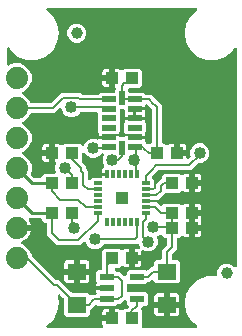
<source format=gbr>
G04 EAGLE Gerber RS-274X export*
G75*
%MOMM*%
%FSLAX34Y34*%
%LPD*%
%INTop Copper*%
%IPPOS*%
%AMOC8*
5,1,8,0,0,1.08239X$1,22.5*%
G01*
%ADD10C,1.000000*%
%ADD11R,0.300000X0.800000*%
%ADD12R,0.800000X0.300000*%
%ADD13R,1.000000X1.000000*%
%ADD14R,1.100000X1.000000*%
%ADD15R,1.200000X0.500000*%
%ADD16R,0.500000X1.200000*%
%ADD17R,1.200000X0.550000*%
%ADD18R,1.600000X1.400000*%
%ADD19C,1.879600*%
%ADD20C,0.203200*%
%ADD21C,1.016000*%
%ADD22C,0.254000*%

G36*
X164302Y4323D02*
X164302Y4323D01*
X164337Y4321D01*
X164459Y4343D01*
X164582Y4359D01*
X164615Y4372D01*
X164650Y4378D01*
X164763Y4430D01*
X164878Y4476D01*
X164906Y4496D01*
X164939Y4511D01*
X165035Y4590D01*
X165135Y4662D01*
X165158Y4690D01*
X165185Y4712D01*
X165259Y4812D01*
X165338Y4907D01*
X165353Y4939D01*
X165374Y4968D01*
X165421Y5083D01*
X165474Y5195D01*
X165480Y5230D01*
X165493Y5263D01*
X165510Y5386D01*
X165533Y5507D01*
X165531Y5543D01*
X165536Y5578D01*
X165521Y5701D01*
X165514Y5825D01*
X165503Y5859D01*
X165498Y5894D01*
X165454Y6009D01*
X165416Y6127D01*
X165397Y6157D01*
X165384Y6190D01*
X165312Y6291D01*
X165245Y6396D01*
X165220Y6420D01*
X165199Y6449D01*
X165082Y6560D01*
X160215Y10644D01*
X156229Y17549D01*
X154845Y25400D01*
X156229Y33251D01*
X160215Y40155D01*
X166322Y45280D01*
X173814Y48007D01*
X181182Y48007D01*
X181300Y48022D01*
X181419Y48029D01*
X181457Y48042D01*
X181498Y48047D01*
X181608Y48090D01*
X181721Y48127D01*
X181756Y48149D01*
X181793Y48164D01*
X181889Y48233D01*
X181990Y48297D01*
X182018Y48327D01*
X182051Y48350D01*
X182127Y48442D01*
X182208Y48529D01*
X182228Y48564D01*
X182253Y48595D01*
X182304Y48703D01*
X182362Y48807D01*
X182372Y48847D01*
X182389Y48883D01*
X182411Y49000D01*
X182441Y49115D01*
X182445Y49175D01*
X182449Y49195D01*
X182447Y49216D01*
X182451Y49276D01*
X182451Y52401D01*
X183677Y55359D01*
X185941Y57623D01*
X188899Y58849D01*
X192101Y58849D01*
X195059Y57623D01*
X196715Y55968D01*
X196824Y55883D01*
X196931Y55794D01*
X196950Y55786D01*
X196966Y55773D01*
X197094Y55718D01*
X197219Y55659D01*
X197239Y55655D01*
X197258Y55647D01*
X197396Y55625D01*
X197532Y55599D01*
X197552Y55600D01*
X197572Y55597D01*
X197711Y55610D01*
X197849Y55619D01*
X197868Y55625D01*
X197888Y55627D01*
X198020Y55674D01*
X198151Y55717D01*
X198169Y55728D01*
X198188Y55734D01*
X198303Y55812D01*
X198420Y55887D01*
X198434Y55902D01*
X198451Y55913D01*
X198543Y56017D01*
X198638Y56118D01*
X198648Y56136D01*
X198661Y56151D01*
X198725Y56276D01*
X198792Y56397D01*
X198797Y56417D01*
X198806Y56435D01*
X198836Y56570D01*
X198871Y56705D01*
X198873Y56733D01*
X198876Y56745D01*
X198875Y56765D01*
X198881Y56866D01*
X198881Y240563D01*
X198863Y240708D01*
X198848Y240853D01*
X198843Y240866D01*
X198841Y240879D01*
X198788Y241014D01*
X198737Y241151D01*
X198729Y241162D01*
X198724Y241175D01*
X198639Y241292D01*
X198556Y241412D01*
X198545Y241421D01*
X198538Y241432D01*
X198426Y241525D01*
X198315Y241620D01*
X198303Y241626D01*
X198293Y241635D01*
X198161Y241697D01*
X198030Y241762D01*
X198017Y241765D01*
X198005Y241770D01*
X197863Y241798D01*
X197719Y241828D01*
X197706Y241828D01*
X197693Y241830D01*
X197548Y241821D01*
X197402Y241815D01*
X197388Y241811D01*
X197375Y241810D01*
X197237Y241766D01*
X197097Y241724D01*
X197085Y241717D01*
X197073Y241712D01*
X196950Y241635D01*
X196825Y241559D01*
X196815Y241549D01*
X196804Y241542D01*
X196704Y241436D01*
X196602Y241332D01*
X196592Y241317D01*
X196586Y241311D01*
X196578Y241296D01*
X196513Y241198D01*
X195385Y239245D01*
X189278Y234120D01*
X181786Y231393D01*
X173814Y231393D01*
X166322Y234120D01*
X160215Y239244D01*
X156229Y246149D01*
X154845Y254000D01*
X156229Y261851D01*
X160215Y268755D01*
X165082Y272840D01*
X165106Y272866D01*
X165135Y272886D01*
X165214Y272982D01*
X165299Y273073D01*
X165315Y273104D01*
X165338Y273131D01*
X165391Y273244D01*
X165450Y273353D01*
X165458Y273387D01*
X165474Y273419D01*
X165497Y273541D01*
X165527Y273661D01*
X165527Y273697D01*
X165533Y273732D01*
X165526Y273855D01*
X165525Y273979D01*
X165516Y274014D01*
X165514Y274049D01*
X165475Y274167D01*
X165444Y274287D01*
X165426Y274318D01*
X165416Y274351D01*
X165349Y274456D01*
X165289Y274565D01*
X165264Y274590D01*
X165245Y274620D01*
X165155Y274705D01*
X165070Y274795D01*
X165040Y274814D01*
X165014Y274838D01*
X164905Y274898D01*
X164800Y274964D01*
X164766Y274975D01*
X164735Y274992D01*
X164615Y275023D01*
X164497Y275060D01*
X164462Y275062D01*
X164427Y275071D01*
X164267Y275081D01*
X38933Y275081D01*
X38898Y275077D01*
X38863Y275079D01*
X38741Y275057D01*
X38618Y275041D01*
X38585Y275028D01*
X38550Y275022D01*
X38437Y274970D01*
X38322Y274924D01*
X38294Y274904D01*
X38261Y274889D01*
X38165Y274810D01*
X38065Y274738D01*
X38042Y274710D01*
X38015Y274688D01*
X37941Y274588D01*
X37862Y274493D01*
X37847Y274461D01*
X37826Y274432D01*
X37779Y274317D01*
X37726Y274205D01*
X37720Y274170D01*
X37707Y274137D01*
X37690Y274014D01*
X37667Y273893D01*
X37669Y273857D01*
X37664Y273822D01*
X37679Y273699D01*
X37686Y273575D01*
X37697Y273541D01*
X37702Y273506D01*
X37746Y273391D01*
X37784Y273273D01*
X37803Y273243D01*
X37816Y273210D01*
X37888Y273109D01*
X37955Y273004D01*
X37980Y272980D01*
X38001Y272951D01*
X38118Y272840D01*
X42985Y268756D01*
X46971Y261851D01*
X48355Y254000D01*
X46971Y246149D01*
X42985Y239245D01*
X36878Y234120D01*
X29386Y231393D01*
X21414Y231393D01*
X13922Y234120D01*
X7815Y239244D01*
X6687Y241198D01*
X6599Y241314D01*
X6514Y241432D01*
X6503Y241441D01*
X6495Y241451D01*
X6381Y241542D01*
X6269Y241635D01*
X6256Y241641D01*
X6246Y241649D01*
X6112Y241709D01*
X5981Y241770D01*
X5968Y241773D01*
X5955Y241778D01*
X5811Y241803D01*
X5668Y241830D01*
X5655Y241829D01*
X5642Y241832D01*
X5496Y241819D01*
X5351Y241810D01*
X5338Y241806D01*
X5325Y241805D01*
X5187Y241757D01*
X5049Y241712D01*
X5037Y241705D01*
X5024Y241701D01*
X4903Y241620D01*
X4780Y241542D01*
X4771Y241532D01*
X4759Y241525D01*
X4662Y241417D01*
X4562Y241311D01*
X4555Y241299D01*
X4546Y241289D01*
X4479Y241160D01*
X4408Y241032D01*
X4405Y241019D01*
X4399Y241007D01*
X4365Y240865D01*
X4329Y240724D01*
X4328Y240706D01*
X4326Y240698D01*
X4326Y240680D01*
X4319Y240563D01*
X4319Y227800D01*
X4325Y227751D01*
X4323Y227701D01*
X4345Y227594D01*
X4359Y227485D01*
X4377Y227439D01*
X4387Y227390D01*
X4435Y227291D01*
X4476Y227189D01*
X4505Y227149D01*
X4527Y227104D01*
X4598Y227020D01*
X4662Y226932D01*
X4701Y226900D01*
X4733Y226862D01*
X4823Y226799D01*
X4907Y226729D01*
X4952Y226708D01*
X4993Y226679D01*
X5096Y226640D01*
X5195Y226593D01*
X5244Y226584D01*
X5290Y226566D01*
X5400Y226554D01*
X5507Y226533D01*
X5557Y226537D01*
X5606Y226531D01*
X5715Y226546D01*
X5825Y226553D01*
X5872Y226569D01*
X5921Y226575D01*
X6074Y226628D01*
X10224Y228347D01*
X15176Y228347D01*
X19750Y226452D01*
X23252Y222950D01*
X25147Y218376D01*
X25147Y213424D01*
X23252Y208850D01*
X19750Y205348D01*
X17395Y204373D01*
X17275Y204304D01*
X17152Y204239D01*
X17137Y204225D01*
X17119Y204215D01*
X17019Y204118D01*
X16916Y204025D01*
X16905Y204008D01*
X16891Y203994D01*
X16818Y203875D01*
X16742Y203759D01*
X16735Y203740D01*
X16724Y203723D01*
X16684Y203590D01*
X16638Y203458D01*
X16637Y203438D01*
X16631Y203419D01*
X16624Y203280D01*
X16613Y203141D01*
X16617Y203121D01*
X16616Y203101D01*
X16644Y202965D01*
X16668Y202828D01*
X16676Y202809D01*
X16680Y202790D01*
X16741Y202664D01*
X16798Y202538D01*
X16811Y202522D01*
X16820Y202504D01*
X16910Y202398D01*
X16997Y202290D01*
X17013Y202277D01*
X17026Y202262D01*
X17140Y202182D01*
X17251Y202098D01*
X17276Y202086D01*
X17286Y202079D01*
X17305Y202072D01*
X17395Y202027D01*
X19750Y201052D01*
X23252Y197550D01*
X24164Y195348D01*
X24179Y195323D01*
X24188Y195295D01*
X24257Y195185D01*
X24322Y195072D01*
X24342Y195051D01*
X24358Y195026D01*
X24452Y194937D01*
X24543Y194844D01*
X24568Y194828D01*
X24590Y194808D01*
X24703Y194745D01*
X24814Y194677D01*
X24842Y194669D01*
X24868Y194654D01*
X24994Y194622D01*
X25118Y194584D01*
X25147Y194582D01*
X25176Y194575D01*
X25337Y194565D01*
X40971Y194565D01*
X41069Y194577D01*
X41168Y194580D01*
X41226Y194597D01*
X41286Y194605D01*
X41378Y194641D01*
X41473Y194669D01*
X41525Y194699D01*
X41582Y194722D01*
X41662Y194780D01*
X41747Y194830D01*
X41823Y194896D01*
X41839Y194908D01*
X41847Y194918D01*
X41868Y194936D01*
X50386Y203455D01*
X66454Y203455D01*
X67672Y202236D01*
X67750Y202176D01*
X67822Y202108D01*
X67875Y202079D01*
X67923Y202042D01*
X68014Y202002D01*
X68101Y201954D01*
X68159Y201939D01*
X68215Y201915D01*
X68313Y201900D01*
X68409Y201875D01*
X68509Y201869D01*
X68529Y201865D01*
X68541Y201867D01*
X68569Y201865D01*
X81327Y201865D01*
X81426Y201877D01*
X81525Y201880D01*
X81583Y201897D01*
X81643Y201905D01*
X81735Y201941D01*
X81830Y201969D01*
X81882Y201999D01*
X81939Y202022D01*
X82019Y202080D01*
X82104Y202130D01*
X82179Y202196D01*
X82196Y202208D01*
X82204Y202218D01*
X82225Y202236D01*
X83337Y203349D01*
X94782Y203349D01*
X94900Y203364D01*
X95019Y203371D01*
X95057Y203384D01*
X95098Y203389D01*
X95208Y203432D01*
X95321Y203469D01*
X95356Y203491D01*
X95393Y203506D01*
X95489Y203575D01*
X95590Y203639D01*
X95618Y203669D01*
X95651Y203692D01*
X95727Y203784D01*
X95808Y203871D01*
X95828Y203906D01*
X95853Y203937D01*
X95904Y204045D01*
X95962Y204149D01*
X95972Y204189D01*
X95989Y204225D01*
X96011Y204342D01*
X96041Y204457D01*
X96045Y204517D01*
X96049Y204537D01*
X96047Y204558D01*
X96051Y204618D01*
X96051Y206063D01*
X96181Y206192D01*
X96266Y206302D01*
X96355Y206409D01*
X96363Y206428D01*
X96376Y206444D01*
X96431Y206572D01*
X96490Y206697D01*
X96494Y206717D01*
X96502Y206736D01*
X96524Y206874D01*
X96550Y207010D01*
X96549Y207030D01*
X96552Y207050D01*
X96539Y207189D01*
X96530Y207327D01*
X96524Y207346D01*
X96522Y207366D01*
X96475Y207497D01*
X96432Y207629D01*
X96422Y207647D01*
X96415Y207666D01*
X96337Y207780D01*
X96262Y207898D01*
X96247Y207912D01*
X96236Y207929D01*
X96132Y208021D01*
X96031Y208116D01*
X96013Y208126D01*
X95998Y208139D01*
X95874Y208203D01*
X95752Y208270D01*
X95733Y208275D01*
X95714Y208284D01*
X95599Y208310D01*
X95599Y214670D01*
X95584Y214788D01*
X95577Y214907D01*
X95564Y214945D01*
X95559Y214985D01*
X95516Y215096D01*
X95479Y215209D01*
X95457Y215243D01*
X95442Y215281D01*
X95373Y215377D01*
X95309Y215478D01*
X95279Y215506D01*
X95256Y215538D01*
X95164Y215614D01*
X95077Y215696D01*
X95042Y215715D01*
X95011Y215741D01*
X94903Y215792D01*
X94799Y215849D01*
X94759Y215859D01*
X94723Y215877D01*
X94616Y215897D01*
X94646Y215901D01*
X94756Y215945D01*
X94869Y215981D01*
X94904Y216003D01*
X94941Y216018D01*
X95037Y216088D01*
X95138Y216151D01*
X95166Y216181D01*
X95199Y216205D01*
X95275Y216296D01*
X95356Y216383D01*
X95376Y216418D01*
X95401Y216450D01*
X95452Y216557D01*
X95510Y216662D01*
X95520Y216701D01*
X95537Y216737D01*
X95559Y216854D01*
X95589Y216970D01*
X95593Y217030D01*
X95597Y217050D01*
X95595Y217070D01*
X95599Y217130D01*
X95599Y223441D01*
X98934Y223441D01*
X99581Y223268D01*
X100160Y222933D01*
X100343Y222750D01*
X100437Y222677D01*
X100527Y222598D01*
X100563Y222580D01*
X100595Y222555D01*
X100704Y222508D01*
X100810Y222453D01*
X100849Y222445D01*
X100886Y222429D01*
X101004Y222410D01*
X101120Y222384D01*
X101161Y222385D01*
X101201Y222379D01*
X101319Y222390D01*
X101438Y222393D01*
X101477Y222405D01*
X101517Y222409D01*
X101629Y222449D01*
X101744Y222482D01*
X101778Y222502D01*
X101816Y222516D01*
X101915Y222583D01*
X102017Y222643D01*
X102063Y222683D01*
X102080Y222695D01*
X102093Y222710D01*
X102138Y222750D01*
X103337Y223949D01*
X116863Y223949D01*
X118649Y222163D01*
X118649Y209637D01*
X116863Y207851D01*
X108491Y207851D01*
X108384Y207838D01*
X108275Y207833D01*
X108226Y207818D01*
X108176Y207811D01*
X108075Y207772D01*
X107971Y207740D01*
X107927Y207713D01*
X107880Y207694D01*
X107792Y207631D01*
X107699Y207574D01*
X107640Y207520D01*
X107623Y207508D01*
X107612Y207495D01*
X107580Y207466D01*
X107507Y207390D01*
X107453Y207319D01*
X107392Y207254D01*
X107358Y207192D01*
X107316Y207136D01*
X107282Y207053D01*
X107238Y206975D01*
X107221Y206907D01*
X107194Y206842D01*
X107181Y206754D01*
X107159Y206667D01*
X107151Y206542D01*
X107149Y206528D01*
X107150Y206521D01*
X107149Y206507D01*
X107149Y204618D01*
X107164Y204500D01*
X107171Y204381D01*
X107184Y204343D01*
X107189Y204302D01*
X107232Y204192D01*
X107269Y204079D01*
X107291Y204044D01*
X107306Y204007D01*
X107375Y203911D01*
X107439Y203810D01*
X107469Y203782D01*
X107492Y203749D01*
X107584Y203673D01*
X107671Y203592D01*
X107706Y203572D01*
X107737Y203547D01*
X107845Y203496D01*
X107949Y203438D01*
X107989Y203428D01*
X108025Y203411D01*
X108142Y203389D01*
X108257Y203359D01*
X108317Y203355D01*
X108337Y203351D01*
X108358Y203353D01*
X108418Y203349D01*
X119863Y203349D01*
X120975Y202236D01*
X121053Y202176D01*
X121125Y202108D01*
X121178Y202079D01*
X121226Y202042D01*
X121317Y202002D01*
X121404Y201954D01*
X121463Y201939D01*
X121518Y201915D01*
X121616Y201900D01*
X121712Y201875D01*
X121812Y201869D01*
X121832Y201865D01*
X121845Y201867D01*
X121873Y201865D01*
X126464Y201865D01*
X129582Y198746D01*
X130852Y197477D01*
X135265Y193064D01*
X135265Y161718D01*
X135280Y161600D01*
X135287Y161481D01*
X135300Y161443D01*
X135305Y161402D01*
X135348Y161292D01*
X135385Y161179D01*
X135407Y161144D01*
X135422Y161107D01*
X135491Y161011D01*
X135555Y160910D01*
X135585Y160882D01*
X135608Y160849D01*
X135700Y160773D01*
X135787Y160692D01*
X135822Y160672D01*
X135853Y160647D01*
X135961Y160596D01*
X136065Y160538D01*
X136105Y160528D01*
X136141Y160511D01*
X136258Y160489D01*
X136373Y160459D01*
X136433Y160455D01*
X136453Y160451D01*
X136474Y160453D01*
X136534Y160449D01*
X137963Y160449D01*
X139162Y159250D01*
X139256Y159177D01*
X139345Y159098D01*
X139381Y159080D01*
X139413Y159055D01*
X139522Y159008D01*
X139628Y158953D01*
X139668Y158945D01*
X139705Y158929D01*
X139823Y158910D01*
X139939Y158884D01*
X139979Y158885D01*
X140019Y158879D01*
X140138Y158890D01*
X140256Y158893D01*
X140295Y158905D01*
X140336Y158909D01*
X140448Y158949D01*
X140562Y158982D01*
X140597Y159002D01*
X140635Y159016D01*
X140733Y159083D01*
X140836Y159143D01*
X140881Y159183D01*
X140898Y159195D01*
X140911Y159210D01*
X140957Y159250D01*
X141140Y159433D01*
X141719Y159768D01*
X142366Y159941D01*
X145701Y159941D01*
X145701Y153630D01*
X145716Y153512D01*
X145723Y153393D01*
X145735Y153355D01*
X145741Y153315D01*
X145784Y153204D01*
X145821Y153091D01*
X145843Y153057D01*
X145858Y153019D01*
X145927Y152923D01*
X145991Y152822D01*
X146021Y152794D01*
X146044Y152762D01*
X146136Y152686D01*
X146223Y152604D01*
X146258Y152585D01*
X146289Y152559D01*
X146397Y152508D01*
X146501Y152451D01*
X146541Y152441D01*
X146577Y152423D01*
X146694Y152401D01*
X146809Y152371D01*
X146869Y152367D01*
X146889Y152364D01*
X146910Y152365D01*
X146970Y152361D01*
X148161Y152361D01*
X148161Y151170D01*
X148176Y151052D01*
X148183Y150933D01*
X148196Y150895D01*
X148201Y150854D01*
X148245Y150744D01*
X148281Y150631D01*
X148303Y150596D01*
X148318Y150559D01*
X148388Y150462D01*
X148451Y150362D01*
X148481Y150334D01*
X148505Y150301D01*
X148596Y150225D01*
X148683Y150144D01*
X148718Y150124D01*
X148750Y150099D01*
X148857Y150048D01*
X148962Y149990D01*
X149001Y149980D01*
X149037Y149963D01*
X149154Y149941D01*
X149270Y149911D01*
X149330Y149907D01*
X149350Y149903D01*
X149370Y149905D01*
X149430Y149901D01*
X156241Y149901D01*
X156241Y148543D01*
X156258Y148406D01*
X156271Y148267D01*
X156278Y148248D01*
X156281Y148228D01*
X156332Y148099D01*
X156379Y147968D01*
X156390Y147951D01*
X156398Y147932D01*
X156479Y147820D01*
X156557Y147705D01*
X156573Y147691D01*
X156584Y147675D01*
X156692Y147586D01*
X156796Y147494D01*
X156814Y147485D01*
X156829Y147472D01*
X156955Y147413D01*
X157079Y147350D01*
X157099Y147345D01*
X157117Y147336D01*
X157253Y147310D01*
X157389Y147280D01*
X157410Y147280D01*
X157429Y147277D01*
X157568Y147285D01*
X157707Y147290D01*
X157727Y147295D01*
X157747Y147296D01*
X157879Y147339D01*
X158013Y147378D01*
X158030Y147388D01*
X158049Y147394D01*
X158167Y147469D01*
X158287Y147539D01*
X158308Y147558D01*
X158318Y147565D01*
X158332Y147579D01*
X158407Y147646D01*
X159507Y148746D01*
X159525Y148769D01*
X159548Y148788D01*
X159622Y148894D01*
X159702Y148997D01*
X159714Y149024D01*
X159731Y149048D01*
X159777Y149169D01*
X159828Y149289D01*
X159833Y149318D01*
X159844Y149345D01*
X159858Y149474D01*
X159878Y149603D01*
X159876Y149632D01*
X159879Y149662D01*
X159861Y149790D01*
X159848Y149919D01*
X159838Y149947D01*
X159834Y149976D01*
X159782Y150129D01*
X159511Y150783D01*
X159511Y154017D01*
X160749Y157005D01*
X163035Y159291D01*
X166023Y160529D01*
X169257Y160529D01*
X172245Y159291D01*
X174531Y157005D01*
X175769Y154017D01*
X175769Y150783D01*
X174531Y147795D01*
X172245Y145509D01*
X169257Y144271D01*
X167055Y144271D01*
X166957Y144259D01*
X166858Y144256D01*
X166800Y144239D01*
X166740Y144231D01*
X166648Y144195D01*
X166553Y144167D01*
X166501Y144137D01*
X166444Y144114D01*
X166364Y144056D01*
X166279Y144006D01*
X166203Y143940D01*
X166187Y143928D01*
X166179Y143918D01*
X166158Y143900D01*
X160434Y138175D01*
X133019Y138175D01*
X132921Y138163D01*
X132822Y138160D01*
X132764Y138143D01*
X132704Y138135D01*
X132612Y138099D01*
X132517Y138071D01*
X132465Y138041D01*
X132408Y138018D01*
X132328Y137960D01*
X132243Y137910D01*
X132167Y137844D01*
X132151Y137832D01*
X132143Y137822D01*
X132122Y137804D01*
X128312Y133994D01*
X128312Y133993D01*
X127162Y132844D01*
X127090Y132750D01*
X127011Y132661D01*
X126992Y132625D01*
X126968Y132593D01*
X126920Y132484D01*
X126866Y132378D01*
X126857Y132338D01*
X126841Y132301D01*
X126822Y132183D01*
X126796Y132067D01*
X126798Y132027D01*
X126791Y131987D01*
X126802Y131868D01*
X126806Y131749D01*
X126817Y131710D01*
X126821Y131670D01*
X126861Y131558D01*
X126895Y131444D01*
X126915Y131409D01*
X126929Y131371D01*
X126996Y131272D01*
X127056Y131170D01*
X127096Y131125D01*
X127107Y131108D01*
X127123Y131094D01*
X127162Y131049D01*
X128649Y129563D01*
X128649Y127301D01*
X128666Y127164D01*
X128679Y127025D01*
X128686Y127006D01*
X128689Y126986D01*
X128740Y126857D01*
X128787Y126726D01*
X128798Y126709D01*
X128806Y126690D01*
X128887Y126578D01*
X128965Y126463D01*
X128981Y126449D01*
X128992Y126433D01*
X129100Y126344D01*
X129204Y126252D01*
X129222Y126243D01*
X129237Y126230D01*
X129363Y126171D01*
X129487Y126108D01*
X129507Y126103D01*
X129525Y126094D01*
X129661Y126068D01*
X129797Y126038D01*
X129818Y126038D01*
X129837Y126035D01*
X129976Y126043D01*
X130115Y126048D01*
X130135Y126053D01*
X130155Y126054D01*
X130287Y126097D01*
X130421Y126136D01*
X130438Y126146D01*
X130457Y126152D01*
X130575Y126227D01*
X130695Y126297D01*
X130716Y126316D01*
X130726Y126323D01*
X130740Y126337D01*
X130815Y126404D01*
X134980Y130568D01*
X135040Y130646D01*
X135108Y130718D01*
X135137Y130771D01*
X135174Y130819D01*
X135214Y130910D01*
X135262Y130997D01*
X135277Y131055D01*
X135301Y131111D01*
X135316Y131209D01*
X135341Y131305D01*
X135347Y131405D01*
X135351Y131425D01*
X135349Y131437D01*
X135351Y131465D01*
X135351Y133263D01*
X137137Y135049D01*
X150663Y135049D01*
X151862Y133850D01*
X151956Y133777D01*
X152045Y133698D01*
X152081Y133680D01*
X152113Y133655D01*
X152222Y133608D01*
X152328Y133553D01*
X152368Y133545D01*
X152405Y133529D01*
X152523Y133510D01*
X152639Y133484D01*
X152679Y133485D01*
X152719Y133479D01*
X152838Y133490D01*
X152957Y133494D01*
X152995Y133505D01*
X153036Y133509D01*
X153148Y133549D01*
X153262Y133582D01*
X153297Y133602D01*
X153335Y133616D01*
X153433Y133683D01*
X153536Y133743D01*
X153581Y133783D01*
X153598Y133795D01*
X153612Y133810D01*
X153657Y133850D01*
X153840Y134033D01*
X154419Y134368D01*
X155066Y134541D01*
X158401Y134541D01*
X158401Y128230D01*
X158416Y128112D01*
X158423Y127993D01*
X158435Y127955D01*
X158441Y127915D01*
X158484Y127804D01*
X158521Y127691D01*
X158543Y127657D01*
X158558Y127619D01*
X158627Y127523D01*
X158691Y127422D01*
X158721Y127394D01*
X158744Y127362D01*
X158836Y127286D01*
X158923Y127204D01*
X158958Y127185D01*
X158989Y127159D01*
X159097Y127108D01*
X159201Y127051D01*
X159241Y127041D01*
X159277Y127023D01*
X159384Y127003D01*
X159354Y126999D01*
X159244Y126955D01*
X159131Y126919D01*
X159096Y126897D01*
X159059Y126882D01*
X158962Y126812D01*
X158862Y126749D01*
X158834Y126719D01*
X158801Y126695D01*
X158725Y126604D01*
X158644Y126517D01*
X158624Y126482D01*
X158599Y126450D01*
X158548Y126343D01*
X158490Y126238D01*
X158480Y126199D01*
X158463Y126163D01*
X158441Y126046D01*
X158411Y125930D01*
X158407Y125870D01*
X158403Y125850D01*
X158405Y125830D01*
X158401Y125770D01*
X158401Y119459D01*
X155066Y119459D01*
X154419Y119632D01*
X153840Y119967D01*
X153657Y120150D01*
X153563Y120223D01*
X153473Y120302D01*
X153437Y120320D01*
X153405Y120345D01*
X153296Y120392D01*
X153190Y120447D01*
X153151Y120455D01*
X153114Y120471D01*
X152996Y120490D01*
X152880Y120516D01*
X152839Y120515D01*
X152799Y120521D01*
X152681Y120510D01*
X152562Y120507D01*
X152523Y120495D01*
X152483Y120491D01*
X152371Y120451D01*
X152256Y120418D01*
X152222Y120398D01*
X152184Y120384D01*
X152085Y120317D01*
X151983Y120257D01*
X151937Y120217D01*
X151920Y120205D01*
X151907Y120190D01*
X151862Y120150D01*
X150663Y118951D01*
X139195Y118951D01*
X139097Y118939D01*
X138998Y118936D01*
X138940Y118919D01*
X138880Y118911D01*
X138788Y118875D01*
X138693Y118847D01*
X138641Y118817D01*
X138584Y118794D01*
X138504Y118736D01*
X138419Y118686D01*
X138343Y118620D01*
X138327Y118608D01*
X138319Y118598D01*
X138298Y118580D01*
X132454Y112735D01*
X132297Y112735D01*
X132160Y112718D01*
X132021Y112705D01*
X132002Y112698D01*
X131982Y112695D01*
X131853Y112644D01*
X131722Y112597D01*
X131705Y112586D01*
X131686Y112578D01*
X131574Y112497D01*
X131459Y112419D01*
X131445Y112403D01*
X131429Y112392D01*
X131340Y112284D01*
X131248Y112180D01*
X131239Y112162D01*
X131226Y112147D01*
X131167Y112021D01*
X131104Y111897D01*
X131099Y111877D01*
X131090Y111859D01*
X131064Y111723D01*
X131034Y111587D01*
X131034Y111566D01*
X131031Y111547D01*
X131039Y111408D01*
X131044Y111269D01*
X131049Y111249D01*
X131050Y111229D01*
X131093Y111097D01*
X131132Y110963D01*
X131142Y110946D01*
X131148Y110927D01*
X131223Y110809D01*
X131293Y110689D01*
X131312Y110668D01*
X131319Y110658D01*
X131333Y110644D01*
X131400Y110569D01*
X133831Y108137D01*
X133925Y108064D01*
X134014Y107986D01*
X134050Y107967D01*
X134082Y107943D01*
X134192Y107895D01*
X134297Y107841D01*
X134337Y107832D01*
X134374Y107816D01*
X134492Y107797D01*
X134608Y107771D01*
X134648Y107773D01*
X134688Y107766D01*
X134807Y107777D01*
X134926Y107781D01*
X134965Y107792D01*
X135005Y107796D01*
X135117Y107836D01*
X135231Y107870D01*
X135266Y107890D01*
X135304Y107904D01*
X135403Y107971D01*
X135505Y108031D01*
X135550Y108071D01*
X135567Y108082D01*
X135581Y108098D01*
X135626Y108137D01*
X137137Y109649D01*
X150663Y109649D01*
X151862Y108450D01*
X151956Y108377D01*
X152045Y108298D01*
X152081Y108280D01*
X152113Y108255D01*
X152222Y108208D01*
X152328Y108153D01*
X152368Y108145D01*
X152405Y108129D01*
X152523Y108110D01*
X152639Y108084D01*
X152679Y108085D01*
X152719Y108079D01*
X152838Y108090D01*
X152956Y108093D01*
X152995Y108105D01*
X153036Y108109D01*
X153148Y108149D01*
X153262Y108182D01*
X153297Y108202D01*
X153335Y108216D01*
X153433Y108283D01*
X153536Y108343D01*
X153581Y108383D01*
X153598Y108395D01*
X153611Y108410D01*
X153657Y108450D01*
X153840Y108633D01*
X154419Y108968D01*
X155066Y109141D01*
X158401Y109141D01*
X158401Y102830D01*
X158416Y102712D01*
X158423Y102593D01*
X158435Y102555D01*
X158441Y102515D01*
X158484Y102404D01*
X158521Y102291D01*
X158543Y102257D01*
X158558Y102219D01*
X158627Y102123D01*
X158691Y102022D01*
X158721Y101994D01*
X158744Y101962D01*
X158836Y101886D01*
X158923Y101804D01*
X158958Y101785D01*
X158989Y101759D01*
X159097Y101708D01*
X159201Y101651D01*
X159241Y101641D01*
X159277Y101623D01*
X159384Y101603D01*
X159354Y101599D01*
X159244Y101555D01*
X159131Y101519D01*
X159096Y101497D01*
X159059Y101482D01*
X158962Y101412D01*
X158862Y101349D01*
X158834Y101319D01*
X158801Y101295D01*
X158725Y101204D01*
X158644Y101117D01*
X158624Y101082D01*
X158599Y101050D01*
X158548Y100943D01*
X158490Y100838D01*
X158480Y100799D01*
X158463Y100763D01*
X158441Y100646D01*
X158411Y100530D01*
X158407Y100470D01*
X158403Y100450D01*
X158405Y100430D01*
X158401Y100370D01*
X158401Y90130D01*
X158416Y90012D01*
X158423Y89893D01*
X158435Y89855D01*
X158441Y89815D01*
X158484Y89704D01*
X158521Y89591D01*
X158543Y89557D01*
X158558Y89519D01*
X158627Y89423D01*
X158691Y89322D01*
X158721Y89294D01*
X158744Y89262D01*
X158836Y89186D01*
X158923Y89104D01*
X158958Y89085D01*
X158989Y89059D01*
X159097Y89008D01*
X159201Y88951D01*
X159241Y88941D01*
X159277Y88923D01*
X159384Y88903D01*
X159354Y88899D01*
X159244Y88855D01*
X159131Y88819D01*
X159096Y88797D01*
X159059Y88782D01*
X158962Y88712D01*
X158862Y88649D01*
X158834Y88619D01*
X158801Y88595D01*
X158725Y88504D01*
X158644Y88417D01*
X158624Y88382D01*
X158599Y88350D01*
X158548Y88243D01*
X158490Y88138D01*
X158480Y88099D01*
X158463Y88063D01*
X158441Y87946D01*
X158411Y87830D01*
X158407Y87770D01*
X158403Y87750D01*
X158405Y87730D01*
X158401Y87670D01*
X158401Y81359D01*
X155066Y81359D01*
X154419Y81532D01*
X153840Y81867D01*
X153657Y82050D01*
X153563Y82123D01*
X153473Y82202D01*
X153437Y82220D01*
X153405Y82245D01*
X153296Y82292D01*
X153190Y82347D01*
X153151Y82355D01*
X153114Y82371D01*
X152996Y82390D01*
X152880Y82416D01*
X152839Y82415D01*
X152799Y82421D01*
X152681Y82410D01*
X152562Y82407D01*
X152523Y82395D01*
X152483Y82391D01*
X152371Y82351D01*
X152256Y82318D01*
X152222Y82298D01*
X152184Y82284D01*
X152085Y82217D01*
X151983Y82157D01*
X151937Y82117D01*
X151920Y82105D01*
X151907Y82090D01*
X151862Y82050D01*
X150663Y80851D01*
X149234Y80851D01*
X149116Y80836D01*
X148997Y80829D01*
X148959Y80816D01*
X148918Y80811D01*
X148808Y80768D01*
X148695Y80731D01*
X148660Y80709D01*
X148623Y80694D01*
X148527Y80625D01*
X148426Y80561D01*
X148398Y80531D01*
X148365Y80508D01*
X148289Y80416D01*
X148208Y80329D01*
X148188Y80294D01*
X148163Y80263D01*
X148112Y80155D01*
X148054Y80051D01*
X148044Y80011D01*
X148027Y79975D01*
X148005Y79858D01*
X147975Y79743D01*
X147971Y79683D01*
X147967Y79663D01*
X147969Y79642D01*
X147965Y79582D01*
X147965Y71096D01*
X144136Y67268D01*
X144076Y67190D01*
X144008Y67118D01*
X143979Y67065D01*
X143942Y67017D01*
X143902Y66926D01*
X143854Y66839D01*
X143839Y66781D01*
X143815Y66725D01*
X143800Y66627D01*
X143775Y66531D01*
X143769Y66431D01*
X143765Y66411D01*
X143767Y66399D01*
X143765Y66371D01*
X143765Y63418D01*
X143780Y63300D01*
X143787Y63181D01*
X143800Y63143D01*
X143805Y63102D01*
X143848Y62992D01*
X143885Y62879D01*
X143907Y62844D01*
X143922Y62807D01*
X143991Y62711D01*
X144055Y62610D01*
X144085Y62582D01*
X144108Y62549D01*
X144200Y62473D01*
X144287Y62392D01*
X144322Y62372D01*
X144353Y62347D01*
X144461Y62296D01*
X144565Y62238D01*
X144605Y62228D01*
X144641Y62211D01*
X144758Y62189D01*
X144873Y62159D01*
X144933Y62155D01*
X144953Y62151D01*
X144974Y62153D01*
X145034Y62149D01*
X148963Y62149D01*
X150749Y60363D01*
X150749Y43837D01*
X148963Y42051D01*
X130437Y42051D01*
X128626Y43863D01*
X128621Y43915D01*
X128614Y43934D01*
X128611Y43954D01*
X128560Y44083D01*
X128513Y44214D01*
X128502Y44231D01*
X128494Y44250D01*
X128413Y44362D01*
X128335Y44477D01*
X128319Y44491D01*
X128308Y44507D01*
X128200Y44596D01*
X128096Y44688D01*
X128078Y44697D01*
X128063Y44710D01*
X127937Y44769D01*
X127813Y44832D01*
X127793Y44837D01*
X127775Y44846D01*
X127638Y44872D01*
X127503Y44902D01*
X127482Y44902D01*
X127463Y44905D01*
X127324Y44897D01*
X127185Y44892D01*
X127165Y44887D01*
X127145Y44886D01*
X127013Y44843D01*
X126879Y44804D01*
X126862Y44794D01*
X126843Y44788D01*
X126725Y44713D01*
X126605Y44643D01*
X126584Y44624D01*
X126574Y44617D01*
X126560Y44602D01*
X126485Y44536D01*
X125484Y43535D01*
X124124Y43535D01*
X124025Y43523D01*
X123926Y43520D01*
X123868Y43503D01*
X123808Y43495D01*
X123716Y43459D01*
X123621Y43431D01*
X123569Y43401D01*
X123512Y43378D01*
X123432Y43320D01*
X123347Y43270D01*
X123272Y43204D01*
X123255Y43192D01*
X123247Y43182D01*
X123226Y43164D01*
X121864Y41801D01*
X106934Y41801D01*
X106816Y41786D01*
X106697Y41779D01*
X106659Y41766D01*
X106618Y41761D01*
X106508Y41718D01*
X106395Y41681D01*
X106360Y41659D01*
X106323Y41644D01*
X106227Y41575D01*
X106126Y41511D01*
X106098Y41481D01*
X106065Y41458D01*
X105989Y41366D01*
X105908Y41279D01*
X105888Y41244D01*
X105863Y41213D01*
X105812Y41105D01*
X105754Y41001D01*
X105744Y40961D01*
X105727Y40925D01*
X105705Y40808D01*
X105675Y40693D01*
X105671Y40633D01*
X105667Y40613D01*
X105669Y40592D01*
X105665Y40532D01*
X105665Y35668D01*
X105680Y35550D01*
X105687Y35431D01*
X105700Y35393D01*
X105705Y35352D01*
X105748Y35242D01*
X105785Y35129D01*
X105807Y35094D01*
X105822Y35057D01*
X105891Y34961D01*
X105955Y34860D01*
X105985Y34832D01*
X106008Y34799D01*
X106100Y34723D01*
X106187Y34642D01*
X106222Y34622D01*
X106253Y34597D01*
X106361Y34546D01*
X106465Y34488D01*
X106505Y34478D01*
X106541Y34461D01*
X106658Y34439D01*
X106773Y34409D01*
X106833Y34405D01*
X106853Y34401D01*
X106874Y34403D01*
X106934Y34399D01*
X121864Y34399D01*
X123650Y32613D01*
X123650Y24587D01*
X121864Y22801D01*
X119935Y22801D01*
X119817Y22786D01*
X119698Y22779D01*
X119660Y22766D01*
X119619Y22761D01*
X119509Y22718D01*
X119396Y22681D01*
X119361Y22659D01*
X119324Y22644D01*
X119228Y22575D01*
X119127Y22511D01*
X119099Y22481D01*
X119066Y22458D01*
X118990Y22366D01*
X118909Y22279D01*
X118889Y22244D01*
X118864Y22213D01*
X118813Y22105D01*
X118755Y22001D01*
X118745Y21961D01*
X118728Y21925D01*
X118706Y21808D01*
X118676Y21693D01*
X118672Y21633D01*
X118668Y21613D01*
X118670Y21592D01*
X118666Y21532D01*
X118666Y21477D01*
X118297Y21109D01*
X118225Y21015D01*
X118146Y20926D01*
X118127Y20890D01*
X118103Y20858D01*
X118055Y20748D01*
X118001Y20643D01*
X117992Y20603D01*
X117976Y20566D01*
X117957Y20448D01*
X117931Y20332D01*
X117933Y20292D01*
X117926Y20252D01*
X117937Y20133D01*
X117941Y20014D01*
X117952Y19975D01*
X117956Y19935D01*
X117996Y19823D01*
X118030Y19709D01*
X118050Y19674D01*
X118064Y19636D01*
X118130Y19538D01*
X118191Y19435D01*
X118231Y19390D01*
X118242Y19373D01*
X118258Y19359D01*
X118297Y19314D01*
X118649Y18963D01*
X118649Y6423D01*
X118612Y6376D01*
X118523Y6269D01*
X118515Y6250D01*
X118502Y6234D01*
X118447Y6106D01*
X118388Y5981D01*
X118384Y5961D01*
X118376Y5942D01*
X118354Y5805D01*
X118328Y5668D01*
X118329Y5648D01*
X118326Y5628D01*
X118339Y5490D01*
X118348Y5351D01*
X118354Y5332D01*
X118356Y5312D01*
X118403Y5181D01*
X118446Y5049D01*
X118456Y5031D01*
X118463Y5012D01*
X118541Y4897D01*
X118616Y4780D01*
X118631Y4766D01*
X118642Y4749D01*
X118746Y4657D01*
X118847Y4562D01*
X118865Y4552D01*
X118880Y4539D01*
X119004Y4476D01*
X119126Y4408D01*
X119146Y4403D01*
X119164Y4394D01*
X119299Y4364D01*
X119434Y4329D01*
X119462Y4327D01*
X119474Y4324D01*
X119494Y4325D01*
X119595Y4319D01*
X164267Y4319D01*
X164302Y4323D01*
G37*
G36*
X75425Y32103D02*
X75425Y32103D01*
X75544Y32106D01*
X75583Y32117D01*
X75623Y32121D01*
X75735Y32161D01*
X75849Y32195D01*
X75884Y32215D01*
X75922Y32229D01*
X76021Y32296D01*
X76123Y32356D01*
X76168Y32396D01*
X76185Y32407D01*
X76199Y32423D01*
X76244Y32462D01*
X76446Y32665D01*
X79034Y32665D01*
X79159Y32680D01*
X79284Y32690D01*
X79316Y32700D01*
X79350Y32705D01*
X79466Y32751D01*
X79586Y32791D01*
X79614Y32809D01*
X79645Y32822D01*
X79747Y32895D01*
X79852Y32964D01*
X79875Y32989D01*
X79903Y33008D01*
X79983Y33105D01*
X80068Y33198D01*
X80084Y33227D01*
X80105Y33253D01*
X80159Y33367D01*
X80219Y33478D01*
X80227Y33511D01*
X80241Y33541D01*
X80265Y33665D01*
X80295Y33787D01*
X80294Y33820D01*
X80301Y33853D01*
X80293Y33979D01*
X80292Y34105D01*
X80282Y34153D01*
X80281Y34171D01*
X80274Y34191D01*
X80260Y34263D01*
X80058Y35016D01*
X80058Y36726D01*
X88494Y36726D01*
X88612Y36741D01*
X88731Y36748D01*
X88769Y36760D01*
X88809Y36766D01*
X88920Y36809D01*
X89033Y36846D01*
X89067Y36868D01*
X89105Y36883D01*
X89201Y36952D01*
X89302Y37016D01*
X89330Y37046D01*
X89362Y37069D01*
X89438Y37161D01*
X89520Y37248D01*
X89539Y37283D01*
X89565Y37314D01*
X89616Y37422D01*
X89673Y37526D01*
X89683Y37566D01*
X89701Y37602D01*
X89723Y37719D01*
X89753Y37834D01*
X89757Y37894D01*
X89760Y37914D01*
X89759Y37935D01*
X89763Y37995D01*
X89763Y38205D01*
X89748Y38323D01*
X89741Y38442D01*
X89728Y38480D01*
X89723Y38521D01*
X89679Y38631D01*
X89643Y38744D01*
X89621Y38779D01*
X89606Y38816D01*
X89536Y38912D01*
X89473Y39013D01*
X89443Y39041D01*
X89419Y39074D01*
X89328Y39150D01*
X89241Y39231D01*
X89206Y39251D01*
X89174Y39276D01*
X89067Y39327D01*
X88962Y39385D01*
X88923Y39395D01*
X88887Y39412D01*
X88770Y39434D01*
X88654Y39464D01*
X88594Y39468D01*
X88574Y39472D01*
X88554Y39470D01*
X88494Y39474D01*
X80058Y39474D01*
X80058Y41184D01*
X80269Y41971D01*
X80283Y42076D01*
X80307Y42179D01*
X80305Y42233D01*
X80312Y42286D01*
X80300Y42391D01*
X80297Y42497D01*
X80282Y42548D01*
X80276Y42602D01*
X80238Y42701D01*
X80208Y42802D01*
X80181Y42849D01*
X80162Y42899D01*
X80101Y42985D01*
X80047Y43076D01*
X79990Y43140D01*
X79978Y43158D01*
X79966Y43168D01*
X79940Y43197D01*
X79550Y43587D01*
X79550Y51613D01*
X81336Y53399D01*
X83566Y53399D01*
X83684Y53414D01*
X83803Y53421D01*
X83841Y53434D01*
X83882Y53439D01*
X83992Y53482D01*
X84105Y53519D01*
X84140Y53541D01*
X84177Y53556D01*
X84273Y53625D01*
X84374Y53689D01*
X84402Y53719D01*
X84435Y53742D01*
X84511Y53834D01*
X84592Y53921D01*
X84612Y53956D01*
X84637Y53987D01*
X84688Y54095D01*
X84746Y54199D01*
X84756Y54239D01*
X84773Y54275D01*
X84795Y54392D01*
X84825Y54507D01*
X84829Y54567D01*
X84833Y54587D01*
X84831Y54608D01*
X84835Y54668D01*
X84835Y56427D01*
X84823Y56526D01*
X84820Y56625D01*
X84803Y56683D01*
X84795Y56743D01*
X84759Y56835D01*
X84731Y56930D01*
X84701Y56982D01*
X84678Y57039D01*
X84620Y57119D01*
X84570Y57204D01*
X84551Y57225D01*
X84551Y58269D01*
X84546Y58308D01*
X84549Y58349D01*
X84544Y58389D01*
X84546Y58400D01*
X84545Y58421D01*
X84551Y58517D01*
X84551Y69763D01*
X86337Y71549D01*
X99863Y71549D01*
X101062Y70350D01*
X101156Y70277D01*
X101245Y70198D01*
X101281Y70180D01*
X101313Y70155D01*
X101422Y70108D01*
X101528Y70053D01*
X101568Y70045D01*
X101605Y70029D01*
X101723Y70010D01*
X101839Y69984D01*
X101879Y69985D01*
X101919Y69979D01*
X102038Y69990D01*
X102156Y69993D01*
X102195Y70005D01*
X102236Y70009D01*
X102348Y70049D01*
X102462Y70082D01*
X102497Y70102D01*
X102535Y70116D01*
X102633Y70183D01*
X102736Y70243D01*
X102781Y70283D01*
X102798Y70295D01*
X102811Y70310D01*
X102857Y70350D01*
X103040Y70533D01*
X103619Y70868D01*
X104266Y71041D01*
X107601Y71041D01*
X107601Y64730D01*
X107616Y64612D01*
X107623Y64493D01*
X107635Y64455D01*
X107641Y64415D01*
X107684Y64304D01*
X107721Y64191D01*
X107743Y64157D01*
X107758Y64119D01*
X107827Y64023D01*
X107891Y63922D01*
X107921Y63894D01*
X107944Y63862D01*
X108036Y63786D01*
X108123Y63704D01*
X108158Y63685D01*
X108189Y63659D01*
X108297Y63608D01*
X108401Y63551D01*
X108441Y63541D01*
X108477Y63523D01*
X108584Y63503D01*
X108554Y63499D01*
X108444Y63455D01*
X108331Y63419D01*
X108296Y63397D01*
X108259Y63382D01*
X108162Y63312D01*
X108062Y63249D01*
X108034Y63219D01*
X108001Y63195D01*
X107925Y63104D01*
X107844Y63017D01*
X107824Y62982D01*
X107799Y62950D01*
X107748Y62843D01*
X107690Y62738D01*
X107680Y62699D01*
X107663Y62663D01*
X107641Y62546D01*
X107611Y62430D01*
X107607Y62370D01*
X107603Y62350D01*
X107605Y62330D01*
X107601Y62270D01*
X107601Y55959D01*
X104266Y55959D01*
X103619Y56132D01*
X103040Y56467D01*
X102857Y56650D01*
X102763Y56723D01*
X102673Y56802D01*
X102637Y56820D01*
X102605Y56845D01*
X102496Y56892D01*
X102390Y56947D01*
X102351Y56955D01*
X102314Y56971D01*
X102196Y56990D01*
X102080Y57016D01*
X102039Y57015D01*
X101999Y57021D01*
X101881Y57010D01*
X101762Y57007D01*
X101723Y56995D01*
X101683Y56991D01*
X101571Y56951D01*
X101456Y56918D01*
X101422Y56898D01*
X101384Y56884D01*
X101285Y56817D01*
X101183Y56757D01*
X101137Y56717D01*
X101120Y56705D01*
X101107Y56690D01*
X101062Y56650D01*
X99863Y55451D01*
X96874Y55451D01*
X96736Y55434D01*
X96597Y55421D01*
X96578Y55414D01*
X96558Y55411D01*
X96429Y55360D01*
X96298Y55313D01*
X96281Y55302D01*
X96262Y55294D01*
X96150Y55213D01*
X96035Y55135D01*
X96021Y55119D01*
X96005Y55108D01*
X95916Y55000D01*
X95824Y54896D01*
X95815Y54878D01*
X95802Y54863D01*
X95743Y54737D01*
X95680Y54613D01*
X95675Y54593D01*
X95667Y54575D01*
X95641Y54438D01*
X95610Y54303D01*
X95611Y54282D01*
X95607Y54263D01*
X95615Y54124D01*
X95620Y53985D01*
X95625Y53965D01*
X95627Y53945D01*
X95669Y53813D01*
X95708Y53679D01*
X95718Y53662D01*
X95725Y53643D01*
X95799Y53525D01*
X95870Y53405D01*
X95888Y53384D01*
X95895Y53374D01*
X95910Y53360D01*
X95976Y53285D01*
X97224Y52036D01*
X97302Y51976D01*
X97374Y51908D01*
X97428Y51879D01*
X97475Y51842D01*
X97566Y51802D01*
X97653Y51754D01*
X97712Y51739D01*
X97767Y51715D01*
X97865Y51700D01*
X97961Y51675D01*
X98061Y51669D01*
X98081Y51665D01*
X98094Y51667D01*
X98122Y51665D01*
X100134Y51665D01*
X102912Y48886D01*
X103385Y48413D01*
X103495Y48328D01*
X103602Y48239D01*
X103621Y48230D01*
X103637Y48218D01*
X103765Y48163D01*
X103890Y48103D01*
X103910Y48100D01*
X103929Y48092D01*
X104067Y48070D01*
X104203Y48044D01*
X104223Y48045D01*
X104243Y48042D01*
X104382Y48055D01*
X104520Y48063D01*
X104539Y48070D01*
X104559Y48072D01*
X104690Y48119D01*
X104822Y48161D01*
X104840Y48172D01*
X104859Y48179D01*
X104973Y48257D01*
X105091Y48332D01*
X105105Y48346D01*
X105122Y48358D01*
X105214Y48462D01*
X105309Y48563D01*
X105319Y48581D01*
X105332Y48596D01*
X105396Y48720D01*
X105463Y48842D01*
X105468Y48861D01*
X105477Y48879D01*
X105507Y49015D01*
X105542Y49150D01*
X105544Y49178D01*
X105547Y49190D01*
X105546Y49210D01*
X105552Y49310D01*
X105552Y51613D01*
X107338Y53399D01*
X121864Y53399D01*
X121960Y53303D01*
X122054Y53230D01*
X122143Y53151D01*
X122179Y53133D01*
X122211Y53108D01*
X122320Y53061D01*
X122426Y53007D01*
X122465Y52998D01*
X122503Y52982D01*
X122621Y52963D01*
X122736Y52937D01*
X122777Y52938D01*
X122817Y52932D01*
X122935Y52943D01*
X123054Y52947D01*
X123093Y52958D01*
X123133Y52962D01*
X123245Y53002D01*
X123360Y53035D01*
X123395Y53056D01*
X123433Y53069D01*
X123531Y53136D01*
X123634Y53197D01*
X123679Y53236D01*
X123696Y53248D01*
X123709Y53263D01*
X123755Y53303D01*
X126616Y56165D01*
X127382Y56165D01*
X127500Y56180D01*
X127619Y56187D01*
X127657Y56200D01*
X127698Y56205D01*
X127808Y56248D01*
X127921Y56285D01*
X127956Y56307D01*
X127993Y56322D01*
X128089Y56391D01*
X128190Y56455D01*
X128218Y56485D01*
X128251Y56508D01*
X128327Y56600D01*
X128408Y56687D01*
X128428Y56722D01*
X128453Y56753D01*
X128504Y56861D01*
X128562Y56965D01*
X128572Y57005D01*
X128589Y57041D01*
X128611Y57158D01*
X128641Y57273D01*
X128645Y57333D01*
X128649Y57353D01*
X128647Y57374D01*
X128651Y57434D01*
X128651Y60363D01*
X130437Y62149D01*
X134366Y62149D01*
X134484Y62164D01*
X134603Y62171D01*
X134641Y62184D01*
X134682Y62189D01*
X134792Y62232D01*
X134905Y62269D01*
X134940Y62291D01*
X134977Y62306D01*
X135073Y62375D01*
X135174Y62439D01*
X135202Y62469D01*
X135235Y62492D01*
X135311Y62584D01*
X135392Y62671D01*
X135412Y62706D01*
X135437Y62737D01*
X135488Y62845D01*
X135546Y62949D01*
X135556Y62989D01*
X135573Y63025D01*
X135595Y63142D01*
X135625Y63257D01*
X135629Y63317D01*
X135633Y63337D01*
X135631Y63358D01*
X135635Y63418D01*
X135635Y70264D01*
X139464Y74092D01*
X139524Y74170D01*
X139592Y74242D01*
X139621Y74295D01*
X139658Y74343D01*
X139698Y74434D01*
X139746Y74521D01*
X139761Y74579D01*
X139785Y74635D01*
X139800Y74733D01*
X139825Y74829D01*
X139831Y74929D01*
X139835Y74949D01*
X139833Y74961D01*
X139835Y74989D01*
X139835Y79582D01*
X139820Y79700D01*
X139813Y79819D01*
X139800Y79857D01*
X139795Y79898D01*
X139752Y80008D01*
X139715Y80121D01*
X139693Y80156D01*
X139678Y80193D01*
X139609Y80289D01*
X139545Y80390D01*
X139515Y80418D01*
X139492Y80451D01*
X139400Y80527D01*
X139313Y80608D01*
X139278Y80628D01*
X139247Y80653D01*
X139139Y80704D01*
X139035Y80762D01*
X138995Y80772D01*
X138959Y80789D01*
X138842Y80811D01*
X138727Y80841D01*
X138667Y80845D01*
X138647Y80849D01*
X138626Y80847D01*
X138566Y80851D01*
X137137Y80851D01*
X135195Y82794D01*
X135194Y82794D01*
X135113Y82907D01*
X135035Y83022D01*
X135019Y83035D01*
X135008Y83052D01*
X134900Y83141D01*
X134796Y83233D01*
X134778Y83242D01*
X134763Y83255D01*
X134637Y83314D01*
X134513Y83377D01*
X134493Y83382D01*
X134475Y83390D01*
X134338Y83416D01*
X134203Y83447D01*
X134182Y83446D01*
X134163Y83450D01*
X134024Y83441D01*
X133885Y83437D01*
X133865Y83431D01*
X133845Y83430D01*
X133713Y83387D01*
X133579Y83349D01*
X133562Y83338D01*
X133543Y83332D01*
X133425Y83258D01*
X133305Y83187D01*
X133284Y83169D01*
X133274Y83162D01*
X133260Y83147D01*
X133185Y83081D01*
X132621Y82517D01*
X132030Y82272D01*
X131927Y82213D01*
X131820Y82161D01*
X131789Y82135D01*
X131754Y82115D01*
X131668Y82032D01*
X131578Y81955D01*
X131554Y81921D01*
X131525Y81893D01*
X131463Y81792D01*
X131395Y81695D01*
X131380Y81657D01*
X131359Y81622D01*
X131324Y81509D01*
X131282Y81397D01*
X131277Y81357D01*
X131265Y81318D01*
X131260Y81200D01*
X131247Y81081D01*
X131252Y81041D01*
X131250Y81001D01*
X131274Y80884D01*
X131291Y80766D01*
X131310Y80709D01*
X131315Y80689D01*
X131324Y80671D01*
X131343Y80614D01*
X132081Y78833D01*
X132081Y75599D01*
X130843Y72611D01*
X128557Y70325D01*
X125569Y69087D01*
X122335Y69087D01*
X119896Y70098D01*
X119848Y70111D01*
X119803Y70132D01*
X119695Y70153D01*
X119589Y70182D01*
X119539Y70182D01*
X119490Y70192D01*
X119381Y70185D01*
X119271Y70187D01*
X119223Y70175D01*
X119173Y70172D01*
X119069Y70138D01*
X118962Y70113D01*
X118918Y70089D01*
X118871Y70074D01*
X118778Y70015D01*
X118681Y69964D01*
X118644Y69930D01*
X118602Y69904D01*
X118527Y69824D01*
X118445Y69750D01*
X118418Y69708D01*
X118384Y69672D01*
X118331Y69576D01*
X118271Y69484D01*
X118254Y69437D01*
X118230Y69394D01*
X118203Y69287D01*
X118167Y69183D01*
X118163Y69134D01*
X118151Y69086D01*
X118141Y68925D01*
X118141Y65999D01*
X112599Y65999D01*
X112599Y71041D01*
X115812Y71041D01*
X115861Y71047D01*
X115911Y71045D01*
X116018Y71067D01*
X116127Y71081D01*
X116173Y71099D01*
X116222Y71109D01*
X116321Y71157D01*
X116423Y71198D01*
X116463Y71227D01*
X116508Y71249D01*
X116592Y71320D01*
X116680Y71384D01*
X116712Y71423D01*
X116750Y71455D01*
X116813Y71545D01*
X116883Y71629D01*
X116904Y71674D01*
X116933Y71715D01*
X116972Y71818D01*
X117019Y71917D01*
X117028Y71966D01*
X117046Y72012D01*
X117058Y72122D01*
X117079Y72229D01*
X117075Y72279D01*
X117081Y72328D01*
X117066Y72437D01*
X117059Y72547D01*
X117043Y72594D01*
X117037Y72643D01*
X116984Y72796D01*
X116124Y74874D01*
X116099Y74917D01*
X116082Y74963D01*
X116021Y75054D01*
X115966Y75150D01*
X115932Y75186D01*
X115904Y75227D01*
X115822Y75299D01*
X115745Y75378D01*
X115703Y75404D01*
X115665Y75437D01*
X115567Y75487D01*
X115474Y75544D01*
X115426Y75559D01*
X115382Y75582D01*
X115275Y75606D01*
X115170Y75638D01*
X115120Y75640D01*
X115072Y75651D01*
X114962Y75648D01*
X114852Y75653D01*
X114804Y75643D01*
X114754Y75642D01*
X114648Y75611D01*
X114541Y75589D01*
X114496Y75567D01*
X114448Y75553D01*
X114354Y75497D01*
X114255Y75449D01*
X114217Y75417D01*
X114174Y75392D01*
X114054Y75285D01*
X113952Y75183D01*
X86697Y75183D01*
X86599Y75171D01*
X86500Y75168D01*
X86441Y75151D01*
X86381Y75143D01*
X86289Y75107D01*
X86194Y75079D01*
X86142Y75049D01*
X86086Y75026D01*
X86006Y74968D01*
X85920Y74918D01*
X85845Y74852D01*
X85828Y74840D01*
X85820Y74830D01*
X85799Y74812D01*
X83345Y72357D01*
X80357Y71119D01*
X77123Y71119D01*
X74135Y72357D01*
X71849Y74643D01*
X70986Y76726D01*
X70962Y76769D01*
X70945Y76816D01*
X70883Y76907D01*
X70829Y77002D01*
X70794Y77038D01*
X70766Y77079D01*
X70684Y77152D01*
X70607Y77231D01*
X70565Y77257D01*
X70528Y77289D01*
X70430Y77339D01*
X70336Y77397D01*
X70289Y77411D01*
X70245Y77434D01*
X70137Y77458D01*
X70032Y77490D01*
X69983Y77493D01*
X69934Y77504D01*
X69824Y77500D01*
X69715Y77506D01*
X69666Y77496D01*
X69616Y77494D01*
X69511Y77464D01*
X69403Y77441D01*
X69359Y77419D01*
X69311Y77406D01*
X69216Y77350D01*
X69118Y77302D01*
X69080Y77269D01*
X69037Y77244D01*
X68916Y77138D01*
X66454Y74675D01*
X46576Y74675D01*
X38235Y83016D01*
X38235Y92282D01*
X38220Y92400D01*
X38213Y92519D01*
X38200Y92557D01*
X38195Y92598D01*
X38152Y92708D01*
X38115Y92821D01*
X38093Y92856D01*
X38078Y92893D01*
X38009Y92989D01*
X37945Y93090D01*
X37915Y93118D01*
X37892Y93151D01*
X37800Y93227D01*
X37713Y93308D01*
X37678Y93328D01*
X37647Y93353D01*
X37539Y93404D01*
X37435Y93462D01*
X37395Y93472D01*
X37359Y93489D01*
X37242Y93511D01*
X37127Y93541D01*
X37067Y93545D01*
X37047Y93549D01*
X37026Y93547D01*
X36966Y93551D01*
X35537Y93551D01*
X33751Y95337D01*
X33751Y96012D01*
X33736Y96130D01*
X33729Y96249D01*
X33716Y96287D01*
X33711Y96328D01*
X33668Y96438D01*
X33631Y96551D01*
X33609Y96586D01*
X33594Y96623D01*
X33525Y96719D01*
X33461Y96820D01*
X33431Y96848D01*
X33408Y96881D01*
X33316Y96957D01*
X33229Y97038D01*
X33194Y97058D01*
X33163Y97083D01*
X33055Y97134D01*
X32951Y97192D01*
X32911Y97202D01*
X32875Y97219D01*
X32758Y97241D01*
X32643Y97271D01*
X32583Y97275D01*
X32563Y97279D01*
X32542Y97277D01*
X32482Y97281D01*
X23859Y97281D01*
X23819Y97276D01*
X23779Y97279D01*
X23662Y97256D01*
X23543Y97241D01*
X23506Y97227D01*
X23467Y97219D01*
X23359Y97168D01*
X23248Y97124D01*
X23215Y97101D01*
X23179Y97084D01*
X23087Y97008D01*
X22990Y96938D01*
X22965Y96907D01*
X22934Y96881D01*
X22864Y96785D01*
X22787Y96693D01*
X22770Y96656D01*
X22747Y96624D01*
X22703Y96513D01*
X22652Y96405D01*
X22644Y96366D01*
X22630Y96329D01*
X22615Y96210D01*
X22592Y96093D01*
X22595Y96053D01*
X22590Y96013D01*
X22604Y95894D01*
X22612Y95775D01*
X22624Y95737D01*
X22629Y95698D01*
X22673Y95586D01*
X22710Y95473D01*
X22731Y95439D01*
X22746Y95402D01*
X22832Y95266D01*
X22911Y95157D01*
X23764Y93483D01*
X24345Y91696D01*
X24385Y91439D01*
X13970Y91439D01*
X13852Y91424D01*
X13733Y91417D01*
X13695Y91404D01*
X13655Y91399D01*
X13544Y91356D01*
X13431Y91319D01*
X13397Y91297D01*
X13359Y91282D01*
X13263Y91212D01*
X13162Y91149D01*
X13134Y91119D01*
X13102Y91095D01*
X13026Y91004D01*
X12944Y90917D01*
X12925Y90882D01*
X12899Y90851D01*
X12848Y90743D01*
X12791Y90639D01*
X12780Y90599D01*
X12763Y90563D01*
X12741Y90446D01*
X12711Y90331D01*
X12707Y90270D01*
X12703Y90250D01*
X12705Y90230D01*
X12701Y90170D01*
X12701Y87630D01*
X12716Y87512D01*
X12723Y87393D01*
X12736Y87355D01*
X12741Y87314D01*
X12785Y87204D01*
X12821Y87091D01*
X12843Y87056D01*
X12858Y87019D01*
X12928Y86923D01*
X12991Y86822D01*
X13021Y86794D01*
X13045Y86761D01*
X13136Y86686D01*
X13223Y86604D01*
X13258Y86584D01*
X13290Y86559D01*
X13397Y86508D01*
X13502Y86450D01*
X13541Y86440D01*
X13577Y86423D01*
X13694Y86401D01*
X13809Y86371D01*
X13870Y86367D01*
X13890Y86363D01*
X13910Y86365D01*
X13970Y86361D01*
X24385Y86361D01*
X24345Y86104D01*
X23764Y84317D01*
X22911Y82643D01*
X21806Y81122D01*
X20478Y79794D01*
X18957Y78689D01*
X17283Y77836D01*
X16818Y77685D01*
X16791Y77672D01*
X16762Y77665D01*
X16648Y77605D01*
X16530Y77550D01*
X16507Y77531D01*
X16481Y77517D01*
X16385Y77430D01*
X16285Y77347D01*
X16268Y77323D01*
X16246Y77303D01*
X16174Y77194D01*
X16098Y77090D01*
X16087Y77062D01*
X16071Y77037D01*
X16029Y76914D01*
X15981Y76794D01*
X15977Y76764D01*
X15968Y76736D01*
X15957Y76607D01*
X15941Y76479D01*
X15945Y76449D01*
X15942Y76419D01*
X15965Y76291D01*
X15981Y76163D01*
X15992Y76135D01*
X15997Y76106D01*
X16050Y75988D01*
X16098Y75867D01*
X16115Y75843D01*
X16127Y75816D01*
X16208Y75715D01*
X16284Y75610D01*
X16307Y75591D01*
X16326Y75567D01*
X16430Y75489D01*
X16529Y75407D01*
X16556Y75394D01*
X16580Y75376D01*
X16725Y75305D01*
X19750Y74052D01*
X23252Y70550D01*
X25240Y65750D01*
X25251Y65715D01*
X25281Y65663D01*
X25304Y65606D01*
X25362Y65526D01*
X25412Y65441D01*
X25478Y65365D01*
X25490Y65349D01*
X25500Y65341D01*
X25518Y65320D01*
X45762Y45076D01*
X45840Y45016D01*
X45912Y44948D01*
X45965Y44919D01*
X46013Y44882D01*
X46104Y44842D01*
X46191Y44794D01*
X46249Y44779D01*
X46305Y44755D01*
X46403Y44740D01*
X46499Y44715D01*
X46599Y44709D01*
X46619Y44705D01*
X46631Y44707D01*
X46659Y44705D01*
X48644Y44705D01*
X58828Y34520D01*
X58906Y34460D01*
X58978Y34392D01*
X59031Y34363D01*
X59079Y34326D01*
X59170Y34286D01*
X59257Y34238D01*
X59315Y34223D01*
X59371Y34199D01*
X59469Y34184D01*
X59565Y34159D01*
X59665Y34153D01*
X59685Y34149D01*
X59697Y34151D01*
X59725Y34149D01*
X72763Y34149D01*
X74449Y32462D01*
X74543Y32389D01*
X74632Y32311D01*
X74668Y32292D01*
X74700Y32268D01*
X74810Y32220D01*
X74916Y32166D01*
X74955Y32157D01*
X74992Y32141D01*
X75110Y32122D01*
X75226Y32096D01*
X75266Y32098D01*
X75306Y32091D01*
X75425Y32103D01*
G37*
G36*
X32600Y131334D02*
X32600Y131334D01*
X32719Y131341D01*
X32757Y131354D01*
X32798Y131359D01*
X32908Y131402D01*
X33021Y131439D01*
X33056Y131461D01*
X33093Y131476D01*
X33189Y131545D01*
X33290Y131609D01*
X33318Y131639D01*
X33351Y131662D01*
X33427Y131754D01*
X33508Y131841D01*
X33528Y131876D01*
X33553Y131907D01*
X33604Y132015D01*
X33662Y132119D01*
X33672Y132159D01*
X33689Y132195D01*
X33711Y132312D01*
X33741Y132427D01*
X33745Y132487D01*
X33749Y132507D01*
X33747Y132528D01*
X33751Y132588D01*
X33751Y133263D01*
X35537Y135049D01*
X44569Y135049D01*
X44618Y135055D01*
X44668Y135053D01*
X44775Y135075D01*
X44884Y135089D01*
X44930Y135107D01*
X44979Y135117D01*
X45078Y135165D01*
X45180Y135206D01*
X45220Y135235D01*
X45265Y135257D01*
X45348Y135328D01*
X45437Y135392D01*
X45469Y135431D01*
X45507Y135463D01*
X45570Y135553D01*
X45640Y135637D01*
X45661Y135682D01*
X45690Y135723D01*
X45729Y135826D01*
X45775Y135925D01*
X45785Y135974D01*
X45802Y136020D01*
X45815Y136130D01*
X45835Y136237D01*
X45832Y136287D01*
X45838Y136336D01*
X45822Y136445D01*
X45816Y136555D01*
X45800Y136602D01*
X45793Y136651D01*
X45741Y136804D01*
X45211Y138083D01*
X45211Y141317D01*
X45952Y143104D01*
X45965Y143152D01*
X45986Y143197D01*
X46007Y143305D01*
X46036Y143411D01*
X46036Y143461D01*
X46046Y143510D01*
X46039Y143619D01*
X46041Y143729D01*
X46029Y143777D01*
X46026Y143827D01*
X45992Y143931D01*
X45966Y144038D01*
X45943Y144082D01*
X45928Y144129D01*
X45869Y144222D01*
X45818Y144319D01*
X45784Y144356D01*
X45758Y144398D01*
X45678Y144473D01*
X45604Y144555D01*
X45562Y144582D01*
X45526Y144616D01*
X45430Y144669D01*
X45338Y144729D01*
X45291Y144746D01*
X45248Y144770D01*
X45141Y144797D01*
X45037Y144833D01*
X44988Y144837D01*
X44940Y144849D01*
X44799Y144858D01*
X44799Y151170D01*
X44784Y151288D01*
X44777Y151407D01*
X44764Y151445D01*
X44759Y151485D01*
X44716Y151596D01*
X44679Y151709D01*
X44657Y151743D01*
X44642Y151781D01*
X44573Y151877D01*
X44509Y151978D01*
X44479Y152006D01*
X44456Y152038D01*
X44364Y152114D01*
X44277Y152196D01*
X44242Y152215D01*
X44211Y152241D01*
X44103Y152292D01*
X43999Y152349D01*
X43959Y152359D01*
X43923Y152377D01*
X43816Y152397D01*
X43846Y152401D01*
X43956Y152445D01*
X44069Y152481D01*
X44104Y152503D01*
X44141Y152518D01*
X44237Y152588D01*
X44338Y152651D01*
X44366Y152681D01*
X44399Y152705D01*
X44475Y152796D01*
X44556Y152883D01*
X44576Y152918D01*
X44601Y152950D01*
X44652Y153057D01*
X44710Y153162D01*
X44720Y153201D01*
X44737Y153237D01*
X44759Y153354D01*
X44789Y153470D01*
X44793Y153530D01*
X44797Y153550D01*
X44795Y153570D01*
X44799Y153630D01*
X44799Y159941D01*
X48134Y159941D01*
X48781Y159768D01*
X49360Y159433D01*
X49543Y159250D01*
X49637Y159177D01*
X49727Y159098D01*
X49763Y159080D01*
X49795Y159055D01*
X49904Y159008D01*
X50010Y158953D01*
X50049Y158945D01*
X50086Y158929D01*
X50204Y158910D01*
X50320Y158884D01*
X50361Y158885D01*
X50401Y158879D01*
X50519Y158890D01*
X50638Y158893D01*
X50677Y158905D01*
X50717Y158909D01*
X50829Y158949D01*
X50944Y158982D01*
X50978Y159002D01*
X51016Y159016D01*
X51115Y159083D01*
X51217Y159143D01*
X51263Y159183D01*
X51280Y159195D01*
X51293Y159210D01*
X51338Y159250D01*
X52537Y160449D01*
X66063Y160449D01*
X67552Y158960D01*
X67591Y158929D01*
X67624Y158893D01*
X67716Y158832D01*
X67803Y158765D01*
X67849Y158745D01*
X67890Y158718D01*
X67994Y158682D01*
X68095Y158639D01*
X68144Y158631D01*
X68191Y158615D01*
X68300Y158606D01*
X68409Y158589D01*
X68458Y158593D01*
X68508Y158589D01*
X68616Y158608D01*
X68726Y158618D01*
X68772Y158635D01*
X68821Y158644D01*
X68921Y158689D01*
X69025Y158726D01*
X69066Y158754D01*
X69111Y158774D01*
X69197Y158843D01*
X69288Y158905D01*
X69321Y158942D01*
X69360Y158973D01*
X69426Y159061D01*
X69498Y159143D01*
X69521Y159187D01*
X69551Y159227D01*
X69622Y159372D01*
X70325Y161069D01*
X72611Y163355D01*
X75599Y164593D01*
X78833Y164593D01*
X80304Y163983D01*
X80352Y163970D01*
X80397Y163949D01*
X80505Y163928D01*
X80611Y163899D01*
X80661Y163899D01*
X80710Y163889D01*
X80819Y163896D01*
X80929Y163894D01*
X80977Y163906D01*
X81027Y163909D01*
X81131Y163943D01*
X81238Y163968D01*
X81282Y163992D01*
X81329Y164007D01*
X81422Y164066D01*
X81519Y164117D01*
X81556Y164151D01*
X81598Y164177D01*
X81673Y164257D01*
X81755Y164331D01*
X81782Y164373D01*
X81816Y164409D01*
X81869Y164505D01*
X81886Y164531D01*
X90600Y164531D01*
X90718Y164546D01*
X90837Y164553D01*
X90875Y164565D01*
X90915Y164570D01*
X91026Y164614D01*
X91139Y164651D01*
X91173Y164673D01*
X91211Y164687D01*
X91307Y164757D01*
X91408Y164821D01*
X91436Y164851D01*
X91468Y164874D01*
X91544Y164966D01*
X91626Y165053D01*
X91645Y165088D01*
X91671Y165119D01*
X91722Y165227D01*
X91779Y165331D01*
X91789Y165370D01*
X91807Y165407D01*
X91829Y165524D01*
X91859Y165639D01*
X91863Y165699D01*
X91866Y165719D01*
X91866Y165720D01*
X91865Y165740D01*
X91869Y165800D01*
X91854Y165918D01*
X91847Y166037D01*
X91834Y166075D01*
X91829Y166116D01*
X91785Y166226D01*
X91749Y166340D01*
X91727Y166374D01*
X91712Y166411D01*
X91642Y166508D01*
X91578Y166608D01*
X91549Y166636D01*
X91525Y166669D01*
X91433Y166745D01*
X91347Y166826D01*
X91311Y166846D01*
X91280Y166872D01*
X91173Y166922D01*
X91068Y166980D01*
X91029Y166990D01*
X90993Y167007D01*
X90876Y167029D01*
X90760Y167059D01*
X90700Y167063D01*
X90680Y167067D01*
X90660Y167066D01*
X90600Y167069D01*
X82059Y167069D01*
X82059Y168637D01*
X82073Y168737D01*
X82096Y168840D01*
X82095Y168894D01*
X82102Y168947D01*
X82090Y169052D01*
X82087Y169158D01*
X82072Y169210D01*
X82065Y169263D01*
X82027Y169362D01*
X81998Y169463D01*
X81971Y169510D01*
X81951Y169560D01*
X81890Y169646D01*
X81837Y169737D01*
X81780Y169802D01*
X81767Y169819D01*
X81755Y169830D01*
X81730Y169858D01*
X81551Y170037D01*
X81551Y185674D01*
X81536Y185792D01*
X81529Y185911D01*
X81516Y185949D01*
X81511Y185990D01*
X81468Y186100D01*
X81431Y186213D01*
X81409Y186248D01*
X81394Y186285D01*
X81325Y186381D01*
X81261Y186482D01*
X81231Y186510D01*
X81208Y186543D01*
X81116Y186619D01*
X81029Y186700D01*
X80994Y186720D01*
X80963Y186745D01*
X80855Y186796D01*
X80751Y186854D01*
X80711Y186864D01*
X80675Y186881D01*
X80558Y186903D01*
X80443Y186933D01*
X80383Y186937D01*
X80363Y186941D01*
X80342Y186939D01*
X80282Y186943D01*
X66885Y186943D01*
X66787Y186931D01*
X66688Y186928D01*
X66629Y186911D01*
X66569Y186903D01*
X66477Y186867D01*
X66382Y186839D01*
X66330Y186809D01*
X66274Y186786D01*
X66194Y186728D01*
X66108Y186678D01*
X66033Y186612D01*
X66016Y186600D01*
X66008Y186590D01*
X65987Y186572D01*
X63533Y184117D01*
X60545Y182879D01*
X57311Y182879D01*
X54323Y184117D01*
X52037Y186403D01*
X50784Y189428D01*
X50782Y189444D01*
X50769Y189583D01*
X50762Y189602D01*
X50759Y189622D01*
X50708Y189751D01*
X50661Y189882D01*
X50650Y189899D01*
X50642Y189918D01*
X50561Y190030D01*
X50483Y190145D01*
X50467Y190159D01*
X50456Y190175D01*
X50348Y190264D01*
X50244Y190356D01*
X50226Y190365D01*
X50211Y190378D01*
X50085Y190437D01*
X49961Y190500D01*
X49941Y190505D01*
X49923Y190514D01*
X49787Y190540D01*
X49651Y190570D01*
X49630Y190570D01*
X49611Y190573D01*
X49472Y190565D01*
X49333Y190560D01*
X49313Y190555D01*
X49293Y190554D01*
X49161Y190511D01*
X49027Y190472D01*
X49010Y190462D01*
X48991Y190456D01*
X48873Y190381D01*
X48753Y190311D01*
X48732Y190292D01*
X48722Y190285D01*
X48708Y190270D01*
X48633Y190204D01*
X44864Y186435D01*
X25337Y186435D01*
X25307Y186432D01*
X25278Y186434D01*
X25150Y186412D01*
X25021Y186395D01*
X24994Y186385D01*
X24965Y186380D01*
X24846Y186326D01*
X24725Y186278D01*
X24702Y186261D01*
X24675Y186249D01*
X24573Y186168D01*
X24468Y186092D01*
X24449Y186069D01*
X24426Y186050D01*
X24348Y185947D01*
X24265Y185847D01*
X24253Y185820D01*
X24235Y185796D01*
X24164Y185652D01*
X23252Y183450D01*
X19750Y179948D01*
X17395Y178973D01*
X17275Y178904D01*
X17152Y178839D01*
X17137Y178825D01*
X17119Y178815D01*
X17019Y178718D01*
X16916Y178625D01*
X16905Y178608D01*
X16891Y178594D01*
X16818Y178475D01*
X16742Y178359D01*
X16735Y178340D01*
X16724Y178323D01*
X16684Y178190D01*
X16638Y178058D01*
X16637Y178038D01*
X16631Y178019D01*
X16624Y177880D01*
X16613Y177741D01*
X16617Y177721D01*
X16616Y177701D01*
X16644Y177565D01*
X16668Y177428D01*
X16676Y177409D01*
X16680Y177390D01*
X16741Y177264D01*
X16798Y177138D01*
X16811Y177122D01*
X16820Y177104D01*
X16910Y176998D01*
X16997Y176890D01*
X17013Y176877D01*
X17026Y176862D01*
X17140Y176782D01*
X17251Y176698D01*
X17276Y176686D01*
X17286Y176679D01*
X17305Y176672D01*
X17395Y176627D01*
X19750Y175652D01*
X23252Y172150D01*
X25147Y167576D01*
X25147Y162624D01*
X23252Y158050D01*
X19750Y154548D01*
X17395Y153573D01*
X17275Y153504D01*
X17152Y153439D01*
X17137Y153425D01*
X17119Y153415D01*
X17019Y153318D01*
X16916Y153225D01*
X16905Y153208D01*
X16891Y153194D01*
X16818Y153075D01*
X16742Y152959D01*
X16735Y152940D01*
X16724Y152923D01*
X16684Y152790D01*
X16638Y152658D01*
X16637Y152638D01*
X16631Y152619D01*
X16624Y152480D01*
X16613Y152341D01*
X16617Y152321D01*
X16616Y152301D01*
X16644Y152165D01*
X16668Y152028D01*
X16676Y152009D01*
X16680Y151990D01*
X16741Y151864D01*
X16798Y151738D01*
X16811Y151722D01*
X16820Y151704D01*
X16910Y151598D01*
X16997Y151490D01*
X17013Y151477D01*
X17026Y151462D01*
X17140Y151382D01*
X17251Y151298D01*
X17276Y151286D01*
X17286Y151279D01*
X17305Y151272D01*
X17395Y151227D01*
X19750Y150252D01*
X23252Y146750D01*
X25147Y142176D01*
X25147Y137224D01*
X24340Y135276D01*
X24332Y135248D01*
X24319Y135221D01*
X24290Y135094D01*
X24256Y134969D01*
X24255Y134940D01*
X24249Y134911D01*
X24253Y134781D01*
X24251Y134651D01*
X24258Y134623D01*
X24259Y134593D01*
X24295Y134468D01*
X24325Y134342D01*
X24339Y134316D01*
X24347Y134288D01*
X24413Y134176D01*
X24474Y134061D01*
X24493Y134039D01*
X24508Y134014D01*
X24615Y133893D01*
X26817Y131690D01*
X26895Y131630D01*
X26968Y131562D01*
X27021Y131533D01*
X27068Y131496D01*
X27159Y131456D01*
X27246Y131408D01*
X27305Y131393D01*
X27360Y131369D01*
X27458Y131354D01*
X27554Y131329D01*
X27654Y131323D01*
X27674Y131319D01*
X27687Y131321D01*
X27715Y131319D01*
X32482Y131319D01*
X32600Y131334D01*
G37*
G36*
X84551Y4335D02*
X84551Y4335D01*
X84683Y4346D01*
X84709Y4355D01*
X84736Y4359D01*
X84859Y4407D01*
X84984Y4451D01*
X85006Y4466D01*
X85031Y4476D01*
X85138Y4553D01*
X85249Y4627D01*
X85267Y4647D01*
X85289Y4662D01*
X85373Y4764D01*
X85462Y4863D01*
X85474Y4887D01*
X85491Y4907D01*
X85548Y5027D01*
X85609Y5144D01*
X85615Y5171D01*
X85627Y5195D01*
X85652Y5325D01*
X85682Y5454D01*
X85682Y5481D01*
X85687Y5507D01*
X85678Y5639D01*
X85676Y5772D01*
X85669Y5798D01*
X85667Y5825D01*
X85626Y5951D01*
X85591Y6078D01*
X85574Y6113D01*
X85569Y6127D01*
X85557Y6146D01*
X85519Y6223D01*
X85232Y6719D01*
X85059Y7366D01*
X85059Y10201D01*
X91870Y10201D01*
X91988Y10216D01*
X92107Y10223D01*
X92145Y10235D01*
X92185Y10241D01*
X92296Y10284D01*
X92409Y10321D01*
X92443Y10343D01*
X92481Y10358D01*
X92577Y10427D01*
X92678Y10491D01*
X92706Y10521D01*
X92738Y10544D01*
X92814Y10636D01*
X92896Y10723D01*
X92915Y10758D01*
X92941Y10789D01*
X92992Y10897D01*
X93049Y11001D01*
X93059Y11041D01*
X93077Y11077D01*
X93099Y11194D01*
X93129Y11309D01*
X93133Y11369D01*
X93136Y11389D01*
X93135Y11410D01*
X93139Y11470D01*
X93139Y12661D01*
X94330Y12661D01*
X94448Y12676D01*
X94567Y12683D01*
X94605Y12696D01*
X94646Y12701D01*
X94756Y12745D01*
X94869Y12781D01*
X94904Y12803D01*
X94941Y12818D01*
X95037Y12888D01*
X95138Y12951D01*
X95166Y12981D01*
X95199Y13005D01*
X95275Y13096D01*
X95356Y13183D01*
X95376Y13218D01*
X95401Y13250D01*
X95452Y13357D01*
X95510Y13462D01*
X95520Y13501D01*
X95537Y13537D01*
X95559Y13654D01*
X95589Y13770D01*
X95593Y13830D01*
X95597Y13850D01*
X95595Y13870D01*
X95599Y13930D01*
X95599Y20241D01*
X98934Y20241D01*
X99581Y20068D01*
X100160Y19733D01*
X100343Y19550D01*
X100437Y19477D01*
X100527Y19398D01*
X100563Y19380D01*
X100595Y19355D01*
X100704Y19308D01*
X100810Y19253D01*
X100849Y19245D01*
X100886Y19229D01*
X101004Y19210D01*
X101120Y19184D01*
X101161Y19185D01*
X101201Y19179D01*
X101319Y19190D01*
X101438Y19193D01*
X101477Y19205D01*
X101517Y19209D01*
X101629Y19249D01*
X101744Y19282D01*
X101778Y19302D01*
X101816Y19316D01*
X101915Y19383D01*
X102017Y19443D01*
X102063Y19483D01*
X102080Y19495D01*
X102093Y19510D01*
X102138Y19550D01*
X103337Y20749D01*
X105915Y20749D01*
X106013Y20761D01*
X106112Y20764D01*
X106170Y20781D01*
X106230Y20789D01*
X106322Y20825D01*
X106417Y20853D01*
X106469Y20883D01*
X106526Y20906D01*
X106606Y20964D01*
X106691Y21014D01*
X106767Y21080D01*
X106783Y21092D01*
X106791Y21102D01*
X106812Y21120D01*
X107018Y21326D01*
X107091Y21421D01*
X107170Y21510D01*
X107188Y21546D01*
X107213Y21578D01*
X107260Y21687D01*
X107314Y21793D01*
X107323Y21832D01*
X107339Y21869D01*
X107358Y21987D01*
X107384Y22103D01*
X107383Y22144D01*
X107389Y22184D01*
X107378Y22302D01*
X107374Y22421D01*
X107363Y22460D01*
X107359Y22500D01*
X107319Y22612D01*
X107286Y22727D01*
X107265Y22761D01*
X107252Y22799D01*
X107185Y22898D01*
X107124Y23001D01*
X107085Y23046D01*
X107073Y23063D01*
X107058Y23076D01*
X107018Y23121D01*
X105552Y24587D01*
X105552Y26890D01*
X105535Y27028D01*
X105522Y27166D01*
X105515Y27185D01*
X105512Y27205D01*
X105461Y27335D01*
X105414Y27465D01*
X105403Y27482D01*
X105395Y27501D01*
X105314Y27613D01*
X105236Y27728D01*
X105220Y27742D01*
X105209Y27758D01*
X105101Y27847D01*
X104997Y27939D01*
X104979Y27948D01*
X104964Y27961D01*
X104838Y28020D01*
X104714Y28084D01*
X104694Y28088D01*
X104676Y28097D01*
X104540Y28123D01*
X104404Y28153D01*
X104383Y28153D01*
X104364Y28156D01*
X104225Y28148D01*
X104086Y28143D01*
X104066Y28138D01*
X104046Y28137D01*
X103914Y28094D01*
X103780Y28055D01*
X103763Y28045D01*
X103744Y28039D01*
X103626Y27964D01*
X103506Y27894D01*
X103485Y27875D01*
X103475Y27868D01*
X103461Y27853D01*
X103385Y27787D01*
X102912Y27313D01*
X100134Y24535D01*
X98122Y24535D01*
X98023Y24523D01*
X97924Y24520D01*
X97866Y24503D01*
X97806Y24495D01*
X97714Y24459D01*
X97619Y24431D01*
X97567Y24401D01*
X97510Y24378D01*
X97430Y24320D01*
X97345Y24270D01*
X97270Y24204D01*
X97253Y24192D01*
X97245Y24182D01*
X97224Y24164D01*
X95862Y22801D01*
X81336Y22801D01*
X80605Y23532D01*
X80511Y23605D01*
X80422Y23684D01*
X80386Y23702D01*
X80354Y23727D01*
X80245Y23774D01*
X80138Y23829D01*
X80099Y23837D01*
X80062Y23853D01*
X79944Y23872D01*
X79828Y23898D01*
X79788Y23897D01*
X79748Y23903D01*
X79629Y23892D01*
X79510Y23888D01*
X79472Y23877D01*
X79432Y23873D01*
X79319Y23833D01*
X79205Y23800D01*
X79170Y23779D01*
X79132Y23766D01*
X79034Y23699D01*
X78931Y23638D01*
X78886Y23599D01*
X78869Y23587D01*
X78856Y23572D01*
X78810Y23532D01*
X78781Y23503D01*
X75046Y19768D01*
X75010Y19745D01*
X74982Y19715D01*
X74949Y19692D01*
X74873Y19600D01*
X74792Y19513D01*
X74772Y19478D01*
X74747Y19447D01*
X74696Y19339D01*
X74638Y19235D01*
X74628Y19195D01*
X74611Y19159D01*
X74589Y19042D01*
X74559Y18927D01*
X74555Y18867D01*
X74551Y18847D01*
X74553Y18826D01*
X74549Y18766D01*
X74549Y15837D01*
X72763Y14051D01*
X54237Y14051D01*
X52451Y15837D01*
X52451Y28875D01*
X52439Y28973D01*
X52436Y29072D01*
X52419Y29130D01*
X52411Y29190D01*
X52375Y29282D01*
X52347Y29377D01*
X52317Y29429D01*
X52294Y29486D01*
X52236Y29566D01*
X52186Y29651D01*
X52120Y29727D01*
X52108Y29743D01*
X52098Y29751D01*
X52080Y29772D01*
X49469Y32383D01*
X49397Y32438D01*
X49332Y32501D01*
X49272Y32535D01*
X49218Y32578D01*
X49134Y32614D01*
X49055Y32659D01*
X48989Y32677D01*
X48926Y32704D01*
X48836Y32718D01*
X48749Y32742D01*
X48680Y32743D01*
X48612Y32754D01*
X48521Y32745D01*
X48431Y32747D01*
X48364Y32731D01*
X48295Y32724D01*
X48210Y32693D01*
X48121Y32672D01*
X48061Y32640D01*
X47996Y32617D01*
X47921Y32566D01*
X47841Y32523D01*
X47790Y32477D01*
X47733Y32438D01*
X47673Y32370D01*
X47605Y32309D01*
X47568Y32251D01*
X47522Y32200D01*
X47481Y32119D01*
X47431Y32043D01*
X47409Y31978D01*
X47377Y31916D01*
X47358Y31828D01*
X47328Y31742D01*
X47323Y31673D01*
X47308Y31606D01*
X47311Y31515D01*
X47303Y31425D01*
X47317Y31304D01*
X47317Y31288D01*
X47320Y31281D01*
X47321Y31265D01*
X48355Y25400D01*
X46971Y17549D01*
X42985Y10645D01*
X38118Y6560D01*
X38094Y6534D01*
X38065Y6514D01*
X37986Y6418D01*
X37901Y6327D01*
X37885Y6296D01*
X37862Y6269D01*
X37809Y6156D01*
X37750Y6047D01*
X37742Y6013D01*
X37726Y5981D01*
X37703Y5859D01*
X37673Y5739D01*
X37673Y5703D01*
X37667Y5668D01*
X37674Y5545D01*
X37675Y5421D01*
X37684Y5386D01*
X37686Y5351D01*
X37725Y5233D01*
X37756Y5113D01*
X37774Y5082D01*
X37784Y5049D01*
X37851Y4944D01*
X37911Y4835D01*
X37936Y4810D01*
X37955Y4780D01*
X38045Y4695D01*
X38130Y4605D01*
X38160Y4586D01*
X38186Y4562D01*
X38295Y4502D01*
X38400Y4436D01*
X38434Y4425D01*
X38465Y4408D01*
X38585Y4377D01*
X38703Y4340D01*
X38738Y4338D01*
X38773Y4329D01*
X38933Y4319D01*
X84420Y4319D01*
X84551Y4335D01*
G37*
G36*
X123377Y159848D02*
X123377Y159848D01*
X123496Y159851D01*
X123534Y159862D01*
X123575Y159866D01*
X123687Y159906D01*
X123801Y159940D01*
X123836Y159960D01*
X123874Y159974D01*
X123973Y160041D01*
X124075Y160101D01*
X124120Y160141D01*
X124137Y160152D01*
X124151Y160168D01*
X124196Y160207D01*
X124437Y160449D01*
X125866Y160449D01*
X125984Y160464D01*
X126103Y160471D01*
X126141Y160484D01*
X126182Y160489D01*
X126292Y160532D01*
X126405Y160569D01*
X126440Y160591D01*
X126477Y160606D01*
X126573Y160675D01*
X126674Y160739D01*
X126702Y160769D01*
X126735Y160792D01*
X126811Y160884D01*
X126892Y160971D01*
X126912Y161006D01*
X126937Y161037D01*
X126988Y161145D01*
X127046Y161249D01*
X127056Y161289D01*
X127073Y161325D01*
X127095Y161442D01*
X127125Y161557D01*
X127129Y161617D01*
X127133Y161637D01*
X127131Y161658D01*
X127135Y161718D01*
X127135Y189171D01*
X127123Y189269D01*
X127120Y189368D01*
X127103Y189426D01*
X127095Y189486D01*
X127059Y189578D01*
X127031Y189673D01*
X127001Y189725D01*
X126978Y189782D01*
X126920Y189862D01*
X126870Y189947D01*
X126804Y190023D01*
X126792Y190039D01*
X126782Y190047D01*
X126764Y190068D01*
X125103Y191728D01*
X123834Y192998D01*
X123833Y192998D01*
X123468Y193364D01*
X123390Y193424D01*
X123318Y193492D01*
X123265Y193521D01*
X123217Y193558D01*
X123126Y193598D01*
X123039Y193646D01*
X122981Y193661D01*
X122925Y193685D01*
X122827Y193700D01*
X122731Y193725D01*
X122631Y193731D01*
X122611Y193735D01*
X122599Y193733D01*
X122571Y193735D01*
X122410Y193735D01*
X122292Y193720D01*
X122173Y193713D01*
X122135Y193700D01*
X122094Y193695D01*
X121984Y193652D01*
X121871Y193615D01*
X121836Y193593D01*
X121799Y193578D01*
X121703Y193509D01*
X121602Y193445D01*
X121574Y193415D01*
X121541Y193392D01*
X121465Y193300D01*
X121384Y193213D01*
X121364Y193178D01*
X121339Y193147D01*
X121288Y193039D01*
X121230Y192935D01*
X121220Y192895D01*
X121203Y192859D01*
X121181Y192742D01*
X121151Y192627D01*
X121147Y192567D01*
X121143Y192547D01*
X121145Y192526D01*
X121141Y192466D01*
X121141Y191069D01*
X112600Y191069D01*
X112482Y191054D01*
X112363Y191047D01*
X112325Y191035D01*
X112285Y191030D01*
X112174Y190986D01*
X112061Y190949D01*
X112027Y190927D01*
X111989Y190913D01*
X111893Y190843D01*
X111792Y190779D01*
X111792Y190778D01*
X111764Y190749D01*
X111732Y190726D01*
X111732Y190725D01*
X111731Y190725D01*
X111655Y190633D01*
X111574Y190547D01*
X111554Y190511D01*
X111528Y190480D01*
X111478Y190373D01*
X111420Y190268D01*
X111410Y190229D01*
X111393Y190193D01*
X111371Y190076D01*
X111341Y189960D01*
X111337Y189900D01*
X111333Y189880D01*
X111334Y189860D01*
X111331Y189800D01*
X111331Y183069D01*
X104059Y183069D01*
X104059Y184634D01*
X104249Y185344D01*
X104256Y185357D01*
X104268Y185409D01*
X104289Y185459D01*
X104305Y185563D01*
X104329Y185666D01*
X104328Y185720D01*
X104336Y185773D01*
X104325Y185879D01*
X104322Y185984D01*
X104308Y186036D01*
X104302Y186090D01*
X104272Y186171D01*
X104059Y186966D01*
X104059Y188482D01*
X104044Y188600D01*
X104037Y188719D01*
X104024Y188757D01*
X104019Y188798D01*
X103976Y188908D01*
X103939Y189021D01*
X103917Y189056D01*
X103902Y189093D01*
X103833Y189189D01*
X103769Y189290D01*
X103739Y189318D01*
X103716Y189351D01*
X103624Y189427D01*
X103537Y189508D01*
X103502Y189528D01*
X103471Y189553D01*
X103363Y189604D01*
X103259Y189662D01*
X103219Y189672D01*
X103183Y189689D01*
X103066Y189711D01*
X102951Y189741D01*
X102891Y189745D01*
X102871Y189749D01*
X102850Y189747D01*
X102790Y189751D01*
X100918Y189751D01*
X100800Y189736D01*
X100681Y189729D01*
X100643Y189716D01*
X100602Y189711D01*
X100492Y189668D01*
X100379Y189631D01*
X100344Y189609D01*
X100307Y189594D01*
X100211Y189525D01*
X100110Y189461D01*
X100082Y189431D01*
X100049Y189408D01*
X99973Y189316D01*
X99892Y189229D01*
X99872Y189194D01*
X99847Y189163D01*
X99796Y189055D01*
X99738Y188951D01*
X99728Y188911D01*
X99711Y188875D01*
X99689Y188758D01*
X99659Y188643D01*
X99655Y188583D01*
X99651Y188563D01*
X99653Y188542D01*
X99649Y188482D01*
X99649Y170037D01*
X99470Y169858D01*
X99405Y169775D01*
X99333Y169697D01*
X99308Y169650D01*
X99275Y169607D01*
X99233Y169510D01*
X99183Y169417D01*
X99170Y169365D01*
X99149Y169315D01*
X99132Y169211D01*
X99107Y169108D01*
X99107Y169054D01*
X99099Y169001D01*
X99109Y168896D01*
X99110Y168790D01*
X99126Y168706D01*
X99129Y168684D01*
X99134Y168670D01*
X99141Y168635D01*
X99141Y167118D01*
X99156Y167000D01*
X99163Y166881D01*
X99176Y166843D01*
X99181Y166802D01*
X99224Y166692D01*
X99261Y166579D01*
X99283Y166544D01*
X99298Y166507D01*
X99367Y166411D01*
X99431Y166310D01*
X99461Y166282D01*
X99484Y166249D01*
X99576Y166173D01*
X99663Y166092D01*
X99698Y166072D01*
X99729Y166047D01*
X99837Y165996D01*
X99941Y165938D01*
X99981Y165928D01*
X100017Y165911D01*
X100134Y165889D01*
X100249Y165859D01*
X100309Y165855D01*
X100329Y165851D01*
X100350Y165853D01*
X100410Y165849D01*
X102790Y165849D01*
X102908Y165864D01*
X103027Y165871D01*
X103065Y165884D01*
X103106Y165889D01*
X103216Y165932D01*
X103329Y165969D01*
X103364Y165991D01*
X103401Y166006D01*
X103497Y166075D01*
X103598Y166139D01*
X103626Y166169D01*
X103659Y166192D01*
X103735Y166284D01*
X103816Y166371D01*
X103836Y166406D01*
X103861Y166437D01*
X103912Y166545D01*
X103970Y166649D01*
X103980Y166689D01*
X103997Y166725D01*
X104019Y166842D01*
X104049Y166957D01*
X104053Y167017D01*
X104057Y167037D01*
X104055Y167058D01*
X104059Y167118D01*
X104059Y168637D01*
X104073Y168737D01*
X104096Y168840D01*
X104095Y168894D01*
X104102Y168947D01*
X104090Y169052D01*
X104087Y169158D01*
X104072Y169210D01*
X104065Y169263D01*
X104027Y169362D01*
X103998Y169463D01*
X103971Y169510D01*
X103951Y169560D01*
X103890Y169646D01*
X103837Y169737D01*
X103780Y169802D01*
X103767Y169819D01*
X103755Y169830D01*
X103730Y169858D01*
X103551Y170037D01*
X103551Y177563D01*
X103730Y177742D01*
X103795Y177825D01*
X103867Y177903D01*
X103892Y177950D01*
X103925Y177993D01*
X103967Y178090D01*
X104017Y178183D01*
X104030Y178235D01*
X104051Y178285D01*
X104068Y178389D01*
X104093Y178492D01*
X104093Y178546D01*
X104101Y178599D01*
X104091Y178704D01*
X104090Y178810D01*
X104074Y178894D01*
X104071Y178916D01*
X104066Y178930D01*
X104059Y178965D01*
X104059Y180531D01*
X112600Y180531D01*
X121141Y180531D01*
X121141Y178963D01*
X121127Y178863D01*
X121104Y178760D01*
X121105Y178706D01*
X121098Y178653D01*
X121110Y178548D01*
X121113Y178442D01*
X121128Y178390D01*
X121135Y178337D01*
X121173Y178238D01*
X121202Y178137D01*
X121229Y178090D01*
X121249Y178040D01*
X121310Y177954D01*
X121363Y177863D01*
X121420Y177798D01*
X121433Y177781D01*
X121445Y177770D01*
X121470Y177742D01*
X121649Y177563D01*
X121649Y170037D01*
X121470Y169858D01*
X121405Y169775D01*
X121333Y169697D01*
X121308Y169650D01*
X121275Y169607D01*
X121233Y169510D01*
X121183Y169417D01*
X121170Y169365D01*
X121149Y169315D01*
X121132Y169211D01*
X121107Y169108D01*
X121107Y169054D01*
X121099Y169001D01*
X121109Y168896D01*
X121110Y168790D01*
X121126Y168706D01*
X121129Y168684D01*
X121134Y168670D01*
X121141Y168635D01*
X121141Y167069D01*
X112600Y167069D01*
X112482Y167054D01*
X112363Y167047D01*
X112325Y167035D01*
X112285Y167030D01*
X112174Y166986D01*
X112061Y166949D01*
X112027Y166927D01*
X111989Y166913D01*
X111893Y166843D01*
X111792Y166779D01*
X111764Y166749D01*
X111732Y166726D01*
X111656Y166634D01*
X111574Y166547D01*
X111555Y166512D01*
X111529Y166481D01*
X111478Y166373D01*
X111421Y166269D01*
X111411Y166230D01*
X111393Y166193D01*
X111371Y166076D01*
X111341Y165961D01*
X111337Y165901D01*
X111334Y165881D01*
X111334Y165880D01*
X111335Y165860D01*
X111331Y165800D01*
X111346Y165682D01*
X111353Y165563D01*
X111366Y165524D01*
X111371Y165484D01*
X111415Y165374D01*
X111451Y165260D01*
X111473Y165226D01*
X111488Y165189D01*
X111558Y165092D01*
X111622Y164992D01*
X111651Y164964D01*
X111675Y164931D01*
X111767Y164855D01*
X111853Y164774D01*
X111889Y164754D01*
X111920Y164728D01*
X112027Y164678D01*
X112132Y164620D01*
X112171Y164610D01*
X112207Y164593D01*
X112324Y164571D01*
X112440Y164541D01*
X112500Y164537D01*
X112520Y164533D01*
X112540Y164534D01*
X112600Y164531D01*
X121141Y164531D01*
X121141Y162963D01*
X121127Y162863D01*
X121104Y162760D01*
X121105Y162706D01*
X121098Y162653D01*
X121110Y162547D01*
X121114Y162442D01*
X121128Y162390D01*
X121135Y162337D01*
X121173Y162238D01*
X121202Y162136D01*
X121229Y162090D01*
X121249Y162040D01*
X121310Y161954D01*
X121363Y161863D01*
X121420Y161798D01*
X121433Y161780D01*
X121444Y161771D01*
X121470Y161742D01*
X121649Y161563D01*
X121649Y161485D01*
X121661Y161387D01*
X121664Y161288D01*
X121681Y161230D01*
X121689Y161170D01*
X121725Y161078D01*
X121753Y160983D01*
X121783Y160930D01*
X121806Y160874D01*
X121864Y160794D01*
X121914Y160709D01*
X121980Y160633D01*
X121992Y160617D01*
X122002Y160609D01*
X122020Y160588D01*
X122401Y160207D01*
X122495Y160134D01*
X122584Y160056D01*
X122620Y160037D01*
X122652Y160013D01*
X122761Y159965D01*
X122867Y159911D01*
X122907Y159902D01*
X122944Y159886D01*
X123061Y159868D01*
X123178Y159841D01*
X123218Y159843D01*
X123258Y159836D01*
X123377Y159848D01*
G37*
G36*
X73972Y129462D02*
X73972Y129462D01*
X74111Y129467D01*
X74131Y129472D01*
X74151Y129474D01*
X74283Y129516D01*
X74417Y129555D01*
X74434Y129565D01*
X74453Y129572D01*
X74571Y129646D01*
X74691Y129717D01*
X74712Y129735D01*
X74722Y129742D01*
X74736Y129757D01*
X74811Y129823D01*
X76337Y131349D01*
X83790Y131349D01*
X83908Y131364D01*
X84027Y131371D01*
X84065Y131384D01*
X84106Y131389D01*
X84216Y131432D01*
X84329Y131469D01*
X84364Y131491D01*
X84401Y131506D01*
X84497Y131575D01*
X84598Y131639D01*
X84626Y131669D01*
X84659Y131692D01*
X84735Y131784D01*
X84816Y131871D01*
X84836Y131906D01*
X84861Y131937D01*
X84912Y132045D01*
X84970Y132149D01*
X84980Y132189D01*
X84997Y132225D01*
X85019Y132342D01*
X85049Y132457D01*
X85053Y132517D01*
X85057Y132537D01*
X85055Y132558D01*
X85059Y132618D01*
X85059Y133031D01*
X88282Y133031D01*
X88400Y133046D01*
X88519Y133053D01*
X88557Y133065D01*
X88598Y133070D01*
X88708Y133114D01*
X88821Y133151D01*
X88856Y133173D01*
X88893Y133187D01*
X88989Y133257D01*
X89090Y133321D01*
X89118Y133351D01*
X89151Y133374D01*
X89227Y133466D01*
X89308Y133553D01*
X89328Y133588D01*
X89353Y133619D01*
X89404Y133727D01*
X89462Y133831D01*
X89472Y133870D01*
X89489Y133907D01*
X89511Y134024D01*
X89541Y134139D01*
X89545Y134199D01*
X89549Y134219D01*
X89549Y134220D01*
X89547Y134240D01*
X89551Y134300D01*
X89536Y134418D01*
X89529Y134537D01*
X89516Y134575D01*
X89511Y134616D01*
X89468Y134726D01*
X89431Y134840D01*
X89409Y134874D01*
X89394Y134911D01*
X89325Y135008D01*
X89261Y135108D01*
X89231Y135136D01*
X89208Y135169D01*
X89116Y135245D01*
X89029Y135326D01*
X88994Y135346D01*
X88963Y135372D01*
X88855Y135422D01*
X88751Y135480D01*
X88711Y135490D01*
X88675Y135507D01*
X88558Y135529D01*
X88443Y135559D01*
X88383Y135563D01*
X88363Y135567D01*
X88342Y135566D01*
X88282Y135569D01*
X85059Y135569D01*
X85059Y138634D01*
X85232Y139281D01*
X85567Y139860D01*
X86073Y140367D01*
X86124Y140410D01*
X86222Y140484D01*
X86245Y140513D01*
X86273Y140536D01*
X86344Y140637D01*
X86420Y140734D01*
X86435Y140767D01*
X86456Y140796D01*
X86499Y140912D01*
X86550Y141024D01*
X86556Y141060D01*
X86568Y141094D01*
X86582Y141216D01*
X86603Y141338D01*
X86600Y141374D01*
X86604Y141410D01*
X86586Y141532D01*
X86582Y141588D01*
X86579Y141635D01*
X86578Y141639D01*
X86576Y141655D01*
X86564Y141689D01*
X86559Y141725D01*
X86507Y141877D01*
X85343Y144687D01*
X85343Y147921D01*
X86387Y150442D01*
X86400Y150488D01*
X86421Y150532D01*
X86442Y150641D01*
X86471Y150749D01*
X86472Y150797D01*
X86481Y150844D01*
X86475Y150955D01*
X86476Y151067D01*
X86465Y151114D01*
X86462Y151162D01*
X86428Y151267D01*
X86402Y151376D01*
X86380Y151419D01*
X86365Y151464D01*
X86306Y151559D01*
X86254Y151657D01*
X86221Y151693D01*
X86195Y151733D01*
X86115Y151810D01*
X86040Y151892D01*
X85999Y151919D01*
X85964Y151952D01*
X85867Y152006D01*
X85774Y152067D01*
X85728Y152083D01*
X85686Y152106D01*
X85579Y152134D01*
X85473Y152170D01*
X85425Y152174D01*
X85378Y152186D01*
X85267Y152187D01*
X85156Y152195D01*
X85108Y152187D01*
X85060Y152187D01*
X84902Y152158D01*
X84574Y152074D01*
X84481Y152038D01*
X84384Y152010D01*
X84333Y151980D01*
X84278Y151958D01*
X84197Y151899D01*
X84110Y151848D01*
X84038Y151784D01*
X84021Y151772D01*
X84012Y151762D01*
X83989Y151742D01*
X81821Y149573D01*
X78833Y148335D01*
X75599Y148335D01*
X72611Y149573D01*
X70325Y151859D01*
X70291Y151942D01*
X70256Y152003D01*
X70230Y152067D01*
X70178Y152140D01*
X70133Y152218D01*
X70085Y152268D01*
X70044Y152325D01*
X69974Y152382D01*
X69912Y152447D01*
X69852Y152483D01*
X69799Y152528D01*
X69717Y152566D01*
X69641Y152613D01*
X69574Y152633D01*
X69511Y152663D01*
X69423Y152680D01*
X69337Y152707D01*
X69267Y152710D01*
X69198Y152723D01*
X69109Y152717D01*
X69019Y152722D01*
X68951Y152708D01*
X68881Y152703D01*
X68796Y152676D01*
X68708Y152657D01*
X68645Y152627D01*
X68579Y152605D01*
X68503Y152557D01*
X68422Y152518D01*
X68369Y152472D01*
X68310Y152435D01*
X68248Y152370D01*
X68180Y152311D01*
X68140Y152254D01*
X68092Y152203D01*
X68049Y152125D01*
X67997Y152051D01*
X67972Y151986D01*
X67938Y151925D01*
X67916Y151838D01*
X67884Y151754D01*
X67876Y151684D01*
X67859Y151617D01*
X67849Y151456D01*
X67849Y145979D01*
X67836Y145954D01*
X67827Y145915D01*
X67811Y145878D01*
X67793Y145760D01*
X67766Y145644D01*
X67768Y145604D01*
X67761Y145564D01*
X67773Y145445D01*
X67776Y145326D01*
X67787Y145287D01*
X67791Y145247D01*
X67831Y145135D01*
X67865Y145021D01*
X67885Y144986D01*
X67899Y144948D01*
X67965Y144849D01*
X68026Y144747D01*
X68066Y144702D01*
X68077Y144685D01*
X68092Y144671D01*
X68132Y144626D01*
X68622Y144136D01*
X71375Y141384D01*
X71375Y139369D01*
X71387Y139271D01*
X71390Y139172D01*
X71407Y139114D01*
X71415Y139054D01*
X71451Y138962D01*
X71479Y138867D01*
X71509Y138815D01*
X71532Y138758D01*
X71590Y138678D01*
X71640Y138593D01*
X71706Y138517D01*
X71718Y138501D01*
X71728Y138493D01*
X71746Y138472D01*
X72645Y137574D01*
X72645Y130721D01*
X72662Y130583D01*
X72675Y130444D01*
X72682Y130425D01*
X72685Y130405D01*
X72736Y130276D01*
X72783Y130145D01*
X72794Y130128D01*
X72802Y130109D01*
X72883Y129997D01*
X72961Y129882D01*
X72977Y129868D01*
X72988Y129852D01*
X73096Y129763D01*
X73200Y129671D01*
X73218Y129662D01*
X73233Y129649D01*
X73359Y129590D01*
X73483Y129527D01*
X73503Y129522D01*
X73521Y129514D01*
X73658Y129488D01*
X73793Y129457D01*
X73814Y129458D01*
X73833Y129454D01*
X73972Y129462D01*
G37*
%LPC*%
G36*
X61899Y245951D02*
X61899Y245951D01*
X58941Y247177D01*
X56677Y249441D01*
X55451Y252399D01*
X55451Y255601D01*
X56677Y258559D01*
X58941Y260823D01*
X61899Y262049D01*
X65101Y262049D01*
X68059Y260823D01*
X70323Y258559D01*
X71549Y255601D01*
X71549Y252399D01*
X70323Y249441D01*
X68059Y247177D01*
X65101Y245951D01*
X61899Y245951D01*
G37*
%LPD*%
%LPC*%
G36*
X66039Y54639D02*
X66039Y54639D01*
X66039Y61641D01*
X71834Y61641D01*
X72481Y61468D01*
X73060Y61133D01*
X73533Y60660D01*
X73868Y60081D01*
X74041Y59434D01*
X74041Y54639D01*
X66039Y54639D01*
G37*
%LPD*%
%LPC*%
G36*
X142239Y26639D02*
X142239Y26639D01*
X142239Y33641D01*
X148034Y33641D01*
X148681Y33468D01*
X149260Y33133D01*
X149733Y32660D01*
X150068Y32081D01*
X150241Y31434D01*
X150241Y26639D01*
X142239Y26639D01*
G37*
%LPD*%
%LPC*%
G36*
X52959Y54639D02*
X52959Y54639D01*
X52959Y59434D01*
X53132Y60081D01*
X53467Y60660D01*
X53940Y61133D01*
X54519Y61468D01*
X55166Y61641D01*
X60961Y61641D01*
X60961Y54639D01*
X52959Y54639D01*
G37*
%LPD*%
%LPC*%
G36*
X129159Y26639D02*
X129159Y26639D01*
X129159Y31434D01*
X129332Y32081D01*
X129667Y32660D01*
X130140Y33133D01*
X130719Y33468D01*
X131366Y33641D01*
X137161Y33641D01*
X137161Y26639D01*
X129159Y26639D01*
G37*
%LPD*%
%LPC*%
G36*
X66039Y42559D02*
X66039Y42559D01*
X66039Y49561D01*
X74041Y49561D01*
X74041Y44766D01*
X73868Y44119D01*
X73533Y43540D01*
X73060Y43067D01*
X72481Y42732D01*
X71834Y42559D01*
X66039Y42559D01*
G37*
%LPD*%
%LPC*%
G36*
X142239Y14559D02*
X142239Y14559D01*
X142239Y21561D01*
X150241Y21561D01*
X150241Y16766D01*
X150068Y16119D01*
X149733Y15540D01*
X149260Y15067D01*
X148681Y14732D01*
X148034Y14559D01*
X142239Y14559D01*
G37*
%LPD*%
%LPC*%
G36*
X55166Y42559D02*
X55166Y42559D01*
X54519Y42732D01*
X53940Y43067D01*
X53467Y43540D01*
X53132Y44119D01*
X52959Y44766D01*
X52959Y49561D01*
X60961Y49561D01*
X60961Y42559D01*
X55166Y42559D01*
G37*
%LPD*%
%LPC*%
G36*
X131366Y14559D02*
X131366Y14559D01*
X130719Y14732D01*
X130140Y15067D01*
X129667Y15540D01*
X129332Y16119D01*
X129159Y16766D01*
X129159Y21561D01*
X137161Y21561D01*
X137161Y14559D01*
X131366Y14559D01*
G37*
%LPD*%
%LPC*%
G36*
X163399Y91399D02*
X163399Y91399D01*
X163399Y99101D01*
X168941Y99101D01*
X168941Y96266D01*
X168757Y95579D01*
X168744Y95487D01*
X168722Y95397D01*
X168723Y95330D01*
X168713Y95263D01*
X168724Y95172D01*
X168725Y95079D01*
X168748Y94965D01*
X168750Y94948D01*
X168753Y94940D01*
X168757Y94921D01*
X168941Y94234D01*
X168941Y91399D01*
X163399Y91399D01*
G37*
%LPD*%
%LPC*%
G36*
X113869Y183069D02*
X113869Y183069D01*
X113869Y188531D01*
X121141Y188531D01*
X121141Y186966D01*
X120951Y186256D01*
X120944Y186244D01*
X120932Y186191D01*
X120911Y186142D01*
X120895Y186037D01*
X120871Y185934D01*
X120872Y185880D01*
X120864Y185827D01*
X120875Y185722D01*
X120877Y185616D01*
X120892Y185564D01*
X120897Y185511D01*
X120928Y185429D01*
X121141Y184634D01*
X121141Y183069D01*
X113869Y183069D01*
G37*
%LPD*%
%LPC*%
G36*
X150699Y154899D02*
X150699Y154899D01*
X150699Y159941D01*
X154034Y159941D01*
X154681Y159768D01*
X155260Y159433D01*
X155733Y158960D01*
X156068Y158381D01*
X156241Y157734D01*
X156241Y154899D01*
X150699Y154899D01*
G37*
%LPD*%
%LPC*%
G36*
X163399Y129499D02*
X163399Y129499D01*
X163399Y134541D01*
X166734Y134541D01*
X167381Y134368D01*
X167960Y134033D01*
X168433Y133560D01*
X168768Y132981D01*
X168941Y132334D01*
X168941Y129499D01*
X163399Y129499D01*
G37*
%LPD*%
%LPC*%
G36*
X163399Y104099D02*
X163399Y104099D01*
X163399Y109141D01*
X166734Y109141D01*
X167381Y108968D01*
X167960Y108633D01*
X168433Y108160D01*
X168768Y107581D01*
X168941Y106934D01*
X168941Y104099D01*
X163399Y104099D01*
G37*
%LPD*%
%LPC*%
G36*
X85059Y218399D02*
X85059Y218399D01*
X85059Y221234D01*
X85232Y221881D01*
X85567Y222460D01*
X86040Y222933D01*
X86619Y223268D01*
X87266Y223441D01*
X90601Y223441D01*
X90601Y218399D01*
X85059Y218399D01*
G37*
%LPD*%
%LPC*%
G36*
X34259Y154899D02*
X34259Y154899D01*
X34259Y157734D01*
X34432Y158381D01*
X34767Y158960D01*
X35240Y159433D01*
X35819Y159768D01*
X36466Y159941D01*
X39801Y159941D01*
X39801Y154899D01*
X34259Y154899D01*
G37*
%LPD*%
%LPC*%
G36*
X85059Y15199D02*
X85059Y15199D01*
X85059Y18034D01*
X85232Y18681D01*
X85567Y19260D01*
X86040Y19733D01*
X86619Y20068D01*
X87266Y20241D01*
X90601Y20241D01*
X90601Y15199D01*
X85059Y15199D01*
G37*
%LPD*%
%LPC*%
G36*
X163399Y119459D02*
X163399Y119459D01*
X163399Y124501D01*
X168941Y124501D01*
X168941Y121666D01*
X168768Y121019D01*
X168433Y120440D01*
X167960Y119967D01*
X167381Y119632D01*
X166734Y119459D01*
X163399Y119459D01*
G37*
%LPD*%
%LPC*%
G36*
X163399Y81359D02*
X163399Y81359D01*
X163399Y86401D01*
X168941Y86401D01*
X168941Y83566D01*
X168768Y82919D01*
X168433Y82340D01*
X167960Y81867D01*
X167381Y81532D01*
X166734Y81359D01*
X163399Y81359D01*
G37*
%LPD*%
%LPC*%
G36*
X112599Y55959D02*
X112599Y55959D01*
X112599Y61001D01*
X118141Y61001D01*
X118141Y58166D01*
X117968Y57519D01*
X117633Y56940D01*
X117160Y56467D01*
X116581Y56132D01*
X115934Y55959D01*
X112599Y55959D01*
G37*
%LPD*%
%LPC*%
G36*
X87266Y208359D02*
X87266Y208359D01*
X86619Y208532D01*
X86040Y208867D01*
X85567Y209340D01*
X85232Y209919D01*
X85059Y210566D01*
X85059Y213401D01*
X90601Y213401D01*
X90601Y208359D01*
X87266Y208359D01*
G37*
%LPD*%
%LPC*%
G36*
X36466Y144859D02*
X36466Y144859D01*
X35819Y145032D01*
X35240Y145367D01*
X34767Y145840D01*
X34432Y146419D01*
X34259Y147066D01*
X34259Y149901D01*
X39801Y149901D01*
X39801Y144859D01*
X36466Y144859D01*
G37*
%LPD*%
%LPC*%
G36*
X63499Y52099D02*
X63499Y52099D01*
X63499Y52101D01*
X63501Y52101D01*
X63501Y52099D01*
X63499Y52099D01*
G37*
%LPD*%
%LPC*%
G36*
X139699Y24099D02*
X139699Y24099D01*
X139699Y24101D01*
X139701Y24101D01*
X139701Y24099D01*
X139699Y24099D01*
G37*
%LPD*%
D10*
X190500Y50800D03*
X63500Y254000D03*
D11*
X89100Y94300D03*
X94100Y94300D03*
X99100Y94300D03*
X104100Y94300D03*
X109100Y94300D03*
X114100Y94300D03*
D12*
X121600Y101800D03*
X121600Y106800D03*
X121600Y111800D03*
X121600Y116800D03*
X121600Y121800D03*
X121600Y126800D03*
D11*
X114100Y134300D03*
X109100Y134300D03*
X104100Y134300D03*
X99100Y134300D03*
X94100Y134300D03*
X89100Y134300D03*
D12*
X81600Y126800D03*
X81600Y121800D03*
X81600Y116800D03*
X81600Y111800D03*
X81600Y106800D03*
X81600Y101800D03*
D13*
X101600Y114300D03*
D14*
X143900Y127000D03*
X160900Y127000D03*
X143900Y101600D03*
X160900Y101600D03*
X59300Y152400D03*
X42300Y152400D03*
X143900Y88900D03*
X160900Y88900D03*
D15*
X112600Y197800D03*
X112600Y189800D03*
X112600Y181800D03*
X112600Y173800D03*
X112600Y165800D03*
X112600Y157800D03*
D16*
X101600Y156800D03*
D15*
X90600Y157800D03*
X90600Y165800D03*
X90600Y173800D03*
X90600Y181800D03*
X90600Y189800D03*
X90600Y197800D03*
D16*
X101600Y198800D03*
D14*
X131200Y152400D03*
X148200Y152400D03*
X110100Y215900D03*
X93100Y215900D03*
D17*
X88599Y47600D03*
X88599Y38100D03*
X88599Y28600D03*
X114601Y28600D03*
X114601Y47600D03*
D14*
X110100Y12700D03*
X93100Y12700D03*
D18*
X63500Y52100D03*
X63500Y24100D03*
D14*
X93100Y63500D03*
X110100Y63500D03*
D18*
X139700Y24100D03*
X139700Y52100D03*
D19*
X12700Y63500D03*
X12700Y88900D03*
X12700Y114300D03*
X12700Y139700D03*
X12700Y165100D03*
X12700Y190500D03*
X12700Y215900D03*
D14*
X42300Y101600D03*
X59300Y101600D03*
X42300Y127000D03*
X59300Y127000D03*
D20*
X121600Y111800D02*
X137120Y111800D01*
X137160Y111760D01*
X128150Y121800D02*
X121600Y121800D01*
X128150Y121800D02*
X129540Y123190D01*
X90600Y165800D02*
X92440Y167640D01*
X101600Y167640D01*
X102870Y167640D01*
X110760Y167640D02*
X112600Y165800D01*
X110760Y167640D02*
X102870Y167640D01*
X129540Y127000D02*
X129540Y123190D01*
X129540Y127000D02*
X130810Y128270D01*
D21*
X39370Y68580D03*
X181610Y114300D03*
X142240Y212090D03*
X41910Y177800D03*
X78740Y12700D03*
X76200Y140970D03*
D20*
X109728Y16256D02*
X110100Y12700D01*
X109728Y16256D02*
X109728Y18288D01*
X114300Y22860D01*
X114601Y23161D02*
X114601Y28600D01*
X114601Y23161D02*
X114300Y22860D01*
X144272Y93472D02*
X144272Y97536D01*
X144272Y93472D02*
X143900Y88900D01*
X144272Y97536D02*
X143900Y101600D01*
X105664Y211328D02*
X103632Y211328D01*
X101600Y209296D01*
X101600Y203200D01*
X105664Y211328D02*
X110100Y215900D01*
X101600Y203200D02*
X101600Y198800D01*
X113792Y156464D02*
X113792Y154432D01*
X113792Y146304D01*
X113792Y138176D01*
X114100Y134300D01*
X113792Y156464D02*
X112600Y157800D01*
X111760Y146304D02*
X113792Y146304D01*
X128016Y89408D02*
X140208Y89408D01*
X143900Y88900D01*
X123800Y47600D02*
X114601Y47600D01*
X123800Y47600D02*
X127000Y50800D01*
X128300Y52100D02*
X139700Y52100D01*
X128300Y52100D02*
X127000Y50800D01*
X143900Y72780D02*
X143900Y88900D01*
X143900Y72780D02*
X139700Y68580D01*
X139700Y67310D01*
X139700Y52100D01*
X124460Y152400D02*
X120650Y156210D01*
X119060Y157800D02*
X112600Y157800D01*
X119060Y157800D02*
X120650Y156210D01*
X124780Y197800D02*
X112600Y197800D01*
X124780Y197800D02*
X128270Y194310D01*
X129540Y193040D01*
X131200Y191380D02*
X131200Y152400D01*
X131200Y191380D02*
X129540Y193040D01*
X131200Y152400D02*
X124460Y152400D01*
X101600Y198120D02*
X101600Y198800D01*
X101920Y197800D02*
X112600Y197800D01*
X101920Y197800D02*
X101600Y198120D01*
X121600Y106800D02*
X129420Y106800D01*
X134620Y101600D01*
X143510Y101600D02*
X143900Y101600D01*
X143510Y101600D02*
X134620Y101600D01*
X59300Y101600D02*
X59300Y90560D01*
X60960Y88900D01*
X59300Y127000D02*
X59300Y133740D01*
X53340Y139700D01*
D21*
X111760Y146304D03*
X128016Y89408D03*
X60960Y88900D03*
X53340Y139700D03*
D20*
X21590Y63500D02*
X12700Y63500D01*
X21590Y63500D02*
X44450Y40640D01*
X46960Y40640D02*
X63500Y24100D01*
X46960Y40640D02*
X44450Y40640D01*
X63500Y24100D02*
X73630Y24100D01*
X77470Y27940D01*
X78130Y28600D02*
X88599Y28600D01*
X78130Y28600D02*
X77470Y27940D01*
X88599Y47600D02*
X98450Y47600D01*
X101600Y44450D01*
X98450Y28600D02*
X88599Y28600D01*
X98450Y28600D02*
X101600Y31750D01*
X101600Y43180D02*
X101600Y44450D01*
X101600Y43180D02*
X101600Y31750D01*
X88900Y57300D02*
X93100Y63500D01*
X88900Y57300D02*
X88900Y53340D01*
X88900Y52070D01*
D22*
X88900Y47901D02*
X88599Y47600D01*
D20*
X88900Y47901D02*
X88900Y52070D01*
D22*
X25400Y127000D02*
X12700Y139700D01*
X25400Y127000D02*
X30480Y127000D01*
X31750Y127000D01*
X42300Y127000D01*
D20*
X71000Y106800D02*
X81600Y106800D01*
X71000Y106800D02*
X68580Y109220D01*
X67310Y110490D01*
X42300Y120260D02*
X42300Y127000D01*
X42300Y120260D02*
X49530Y113030D01*
X64770Y113030D01*
X67310Y110490D01*
D22*
X25400Y101600D02*
X12700Y114300D01*
X25400Y101600D02*
X30480Y101600D01*
X42300Y101600D01*
D20*
X42300Y84700D01*
X48260Y78740D01*
X63500Y78740D01*
X64770Y78740D01*
X81280Y95250D01*
X81600Y95570D02*
X81600Y101800D01*
X81600Y95570D02*
X81280Y95250D01*
X121600Y126800D02*
X121600Y133030D01*
X127000Y138430D01*
X130810Y142240D01*
X158750Y142240D01*
X167640Y151130D01*
X167640Y152400D01*
D21*
X167640Y152400D03*
D20*
X43180Y190500D02*
X12700Y190500D01*
X43180Y190500D02*
X52070Y199390D01*
X66360Y197800D02*
X90600Y197800D01*
X66360Y197800D02*
X64770Y199390D01*
X53340Y199390D02*
X52070Y199390D01*
X53340Y199390D02*
X64770Y199390D01*
X58928Y191008D02*
X85344Y191008D01*
X90600Y189800D01*
D21*
X58928Y191008D03*
D20*
X77216Y156464D02*
X85344Y156464D01*
X90600Y157800D01*
X113030Y80010D02*
X112268Y79248D01*
X78740Y79248D01*
X114100Y81080D02*
X114100Y94300D01*
X114100Y81080D02*
X113030Y80010D01*
D21*
X78740Y79248D03*
X77216Y156464D03*
D20*
X119888Y81280D02*
X123952Y77216D01*
X101600Y149860D02*
X101600Y156800D01*
X101600Y149860D02*
X99060Y147320D01*
X98044Y146304D02*
X93472Y146304D01*
X98044Y146304D02*
X99060Y147320D01*
X121600Y101800D02*
X121600Y96200D01*
X119380Y93980D01*
X119380Y82550D02*
X119380Y81788D01*
X119888Y81280D01*
X119380Y82550D02*
X119380Y93980D01*
D21*
X123952Y77216D03*
X93472Y146304D03*
D20*
X81600Y121800D02*
X72510Y121800D01*
X69850Y124460D01*
X59300Y147710D02*
X59300Y152400D01*
X68580Y125730D02*
X69850Y124460D01*
X67310Y139700D02*
X59300Y147710D01*
X67310Y139700D02*
X67310Y137160D01*
X68580Y127000D02*
X68580Y125730D01*
X68580Y135890D02*
X67310Y137160D01*
X68580Y135890D02*
X68580Y127000D01*
X121600Y116800D02*
X130770Y116800D01*
X134620Y120650D01*
X134620Y124460D01*
X137160Y127000D02*
X143900Y127000D01*
X137160Y127000D02*
X134620Y124460D01*
M02*

</source>
